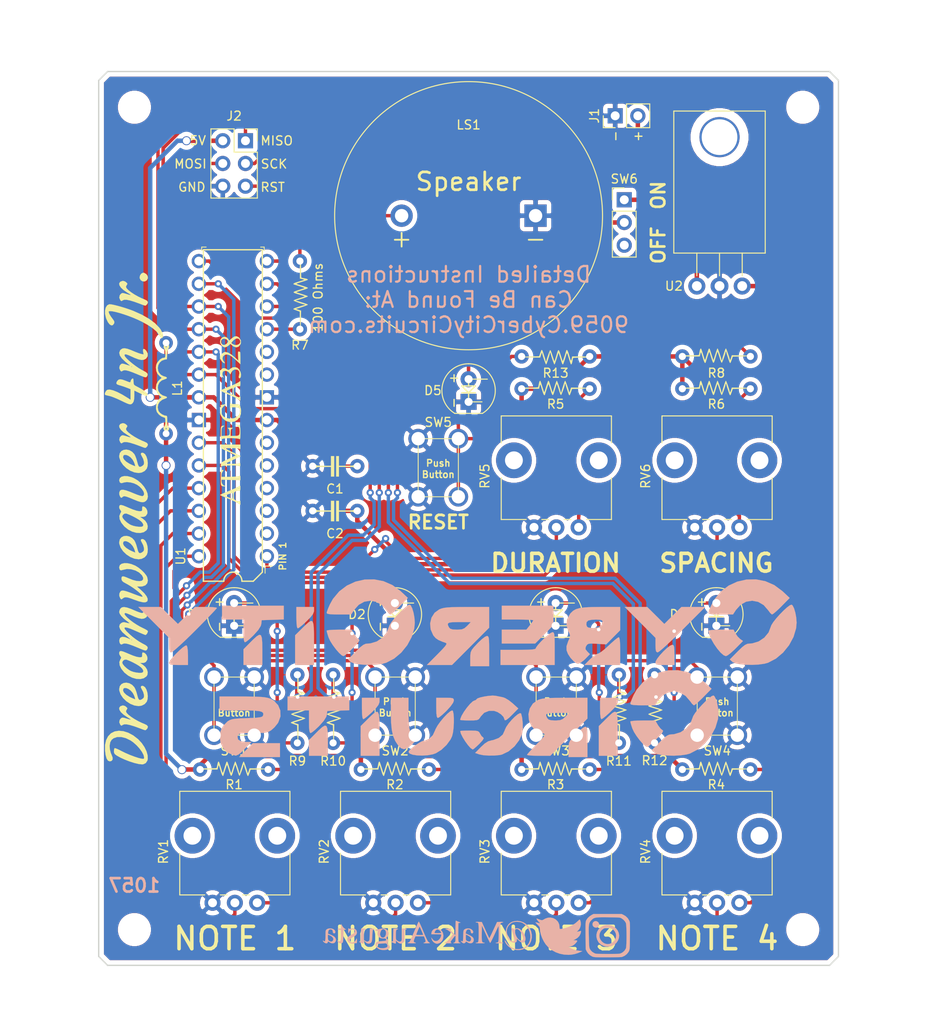
<source format=kicad_pcb>
(kicad_pcb (version 20171130) (host pcbnew "(5.1.6)-1")
  (layers (0 F.Cu signal) (31 B.Cu signal hide) (34 B.Paste user) (35 F.Paste user) (36 B.SilkS user) (37 F.SilkS user) (38 B.Mask user) (39 F.Mask user) (44 Edge.Cuts user))
  (net 0 "")
  (net 1 "Net-(C1-Pad1)")
  (net 2 GND)
  (net 3 328_RESET)
  (net 4 VCC)
  (net 5 328_TXD)
  (net 6 328_RXD)
  (net 7 328_D2)
  (net 8 328_D3)
  (net 9 328_D4)
  (net 10 328_D5)
  (net 11 328_D6)
  (net 12 328_D7)
  (net 13 328_D8)
  (net 14 328_D9)
  (net 15 328_A0)
  (net 16 328_A1)
  (net 17 328_A2)
  (net 18 328_A3)
  (net 19 328_A4)
  (net 20 328_A5)
  (net 21 "Net-(R1-Pad2)")
  (net 22 "Net-(R2-Pad2)")
  (net 23 "Net-(R3-Pad2)")
  (net 24 328_D13)
  (net 25 328_D10)
  (net 26 328_D11)
  (net 27 328_D12)
  (net 28 "Net-(D1-Pad2)")
  (net 29 "Net-(D2-Pad2)")
  (net 30 "Net-(U1-Pad9)")
  (net 31 "Net-(U1-Pad10)")
  (net 32 "Net-(D3-Pad2)")
  (net 33 "Net-(D4-Pad2)")
  (net 34 "Net-(D5-Pad2)")
  (net 35 "Net-(R4-Pad2)")
  (net 36 "Net-(R5-Pad2)")
  (net 37 "Net-(R6-Pad2)")
  (net 38 "Net-(LS1-Pad1)")
  (net 39 "Net-(J1-Pad1)")
  (net 40 "Net-(SW6-Pad1)")
  (net 41 "Net-(SW6-Pad3)")
  (module CCC-Schematic-Footprints:MOSFET_TO-220-3_Horizontal_TabDown (layer F.Cu) (at 93.98 48.006)
    (fp_text reference U2 (at -2.566 0) (layer F.SilkS))
    (fp_text value L7805)
    (pad "" thru_hole circle (at 2.54 -16.66) (size 4.5 4.5) (drill 4) (layers *.Cu *.Mask) (clearance 1))
    (pad 1 thru_hole circle (at 0 0) (size 1.905 1.905) (drill 1.1) (layers *.Cu *.Mask) (net 40 "Net-(SW6-Pad1)"))
    (pad 2 thru_hole oval (at 2.54 0 90) (size 1.905 2) (drill 1.1) (layers *.Cu *.Mask) (net 2 GND))
    (pad 3 thru_hole circle (at 5.08 0) (size 1.905 1.905) (drill 1.1) (layers *.Cu *.Mask) (net 4 VCC))
  )
  (module "CCC_Drawings:Logo - Dreamweaver 4N Junior" (layer F.Cu) (at 30.988 74 90)
    (fp_text reference G*** hide)
    (fp_text value LOGO hide)
  )
  (module "CCC_Drawings:Logo - Cyber City Circuits - Two Line 75mm" (layer B.Cu) (at 68.326 90.678 180)
    (fp_text reference G*** hide)
    (fp_text value LOGO hide)
  )
  (module CCC-Schematic-Footprints:Schematic_-_Button_Labeled (layer F.Cu) (at 65.024 68.326 90)
    (fp_text reference SW5 (at 5.08 0 unlocked) (layer F.SilkS))
    (fp_text value SW_Push)
    (fp_text user Button (at -0.762 0 unlocked) (layer F.SilkS) (effects (font (size 0.75 0.75))))
    (fp_text user Push (at 0.508 0 unlocked) (layer F.SilkS) (effects (font (size 0.75 0.75))))
    (pad 2 thru_hole circle (at 3.25 2.25 90) (size 2.2 2.2) (drill 1.5) (layers *.Cu *.Mask) (net 3 328_RESET))
    (pad 2 thru_hole circle (at -3.25 2.25 90) (size 2.2 2.2) (drill 1.5) (layers *.Cu *.Mask) (net 3 328_RESET))
    (pad 1 thru_hole circle (at 3.25 -2.25 90) (size 2.2 2.2) (drill 1.5) (layers *.Cu *.Mask) (net 2 GND))
    (pad 1 thru_hole circle (at -3.25 -2.25 90) (size 2.2 2.2) (drill 1.5) (layers *.Cu *.Mask) (net 2 GND))
  )
  (module MountingHole:MountingHole_2.7mm_M2.5_DIN965_Pad (layer F.Cu) (at 105.84 120)
    (fp_text reference REF** hide)
    (fp_text value MountingHole_2.7mm_M2.5_DIN965_Pad)
    (pad "" np_thru_hole circle (at 0 0) (size 2.7 2.7) (drill 2.7) (layers *.Cu *.Mask))
  )
  (module MountingHole:MountingHole_2.7mm_M2.5_DIN965_Pad (layer F.Cu) (at 105.84 28)
    (fp_text reference REF** hide)
    (fp_text value MountingHole_2.7mm_M2.5_DIN965_Pad)
    (pad "" np_thru_hole circle (at 0 0) (size 2.7 2.7) (drill 2.7) (layers *.Cu *.Mask))
  )
  (module MountingHole:MountingHole_2.7mm_M2.5_DIN965_Pad (layer F.Cu) (at 31 28)
    (fp_text reference REF** hide)
    (fp_text value MountingHole_2.7mm_M2.5_DIN965_Pad)
    (pad "" np_thru_hole circle (at 0 0) (size 2.7 2.7) (drill 2.7) (layers *.Cu *.Mask))
  )
  (module MountingHole:MountingHole_2.7mm_M2.5_DIN965_Pad (layer F.Cu) (at 31 120)
    (fp_text reference REF** hide)
    (fp_text value MountingHole_2.7mm_M2.5_DIN965_Pad)
    (pad "" np_thru_hole circle (at 0 0) (size 2.7 2.7) (drill 2.7) (layers *.Cu *.Mask))
  )
  (module DREAM_Custom:TEXT_SOCIAL (layer B.Cu) (at 69.42 120.65 180)
    (fp_text reference G*** hide)
    (fp_text value LOGO hide)
  )
  (module "DREAM_Schematic_Footprints:Schematic - Capacitor 5.0mm" (layer F.Cu) (at 53.456 68.152 180)
    (fp_text reference C1 (at 0 -2.54 unlocked) (layer F.SilkS))
    (fp_text value .1uF)
    (pad 2 thru_hole circle (at 2.5 0 270) (size 1.6 1.6) (drill 0.8) (layers *.Cu *.Mask) (net 2 GND))
    (pad 1 thru_hole circle (at -2.5 0 180) (size 1.6 1.6) (drill 0.8) (layers *.Cu *.Mask) (net 1 "Net-(C1-Pad1)"))
  )
  (module "DREAM_Schematic_Footprints:Schematic - Capacitor 5.0mm" (layer F.Cu) (at 53.456 73.152 180)
    (fp_text reference C2 (at 0 -2.54 unlocked) (layer F.SilkS))
    (fp_text value .1uF)
    (pad 1 thru_hole circle (at -2.5 0 180) (size 1.6 1.6) (drill 0.8) (layers *.Cu *.Mask) (net 4 VCC))
    (pad 2 thru_hole circle (at 2.5 0 270) (size 1.6 1.6) (drill 0.8) (layers *.Cu *.Mask) (net 2 GND))
  )
  (module Potentiometer_THT:Potentiometer_Alps_RK09L_Single_Vertical (layer F.Cu) (at 44.746 117 90)
    (fp_text reference RV1 (at 5.725 -10.5 90) (layer F.SilkS))
    (fp_text value R_POT)
    (pad "" np_thru_hole circle (at 7.5 2.25 90) (size 4 4) (drill 2) (layers *.Cu *.Mask))
    (pad "" np_thru_hole circle (at 7.5 -7.25 90) (size 4 4) (drill 2) (layers *.Cu *.Mask))
    (pad 1 thru_hole circle (at 0 0 90) (size 1.8 1.8) (drill 1) (layers *.Cu *.Mask) (net 21 "Net-(R1-Pad2)"))
    (pad 2 thru_hole circle (at 0 -2.5 90) (size 1.8 1.8) (drill 1) (layers *.Cu *.Mask) (net 20 328_A5))
    (pad 3 thru_hole circle (at 0 -5 90) (size 1.8 1.8) (drill 1) (layers *.Cu *.Mask) (net 2 GND))
  )
  (module Potentiometer_THT:Potentiometer_Alps_RK09L_Single_Vertical (layer F.Cu) (at 62.746 117 90)
    (fp_text reference RV2 (at 5.725 -10.5 90) (layer F.SilkS))
    (fp_text value R_POT)
    (pad 3 thru_hole circle (at 0 -5 90) (size 1.8 1.8) (drill 1) (layers *.Cu *.Mask) (net 2 GND))
    (pad 2 thru_hole circle (at 0 -2.5 90) (size 1.8 1.8) (drill 1) (layers *.Cu *.Mask) (net 19 328_A4))
    (pad 1 thru_hole circle (at 0 0 90) (size 1.8 1.8) (drill 1) (layers *.Cu *.Mask) (net 22 "Net-(R2-Pad2)"))
    (pad "" np_thru_hole circle (at 7.5 -7.25 90) (size 4 4) (drill 2) (layers *.Cu *.Mask))
    (pad "" np_thru_hole circle (at 7.5 2.25 90) (size 4 4) (drill 2) (layers *.Cu *.Mask))
  )
  (module Potentiometer_THT:Potentiometer_Alps_RK09L_Single_Vertical (layer F.Cu) (at 80.746 117 90)
    (fp_text reference RV3 (at 5.725 -10.5 90) (layer F.SilkS))
    (fp_text value R_POT)
    (pad "" np_thru_hole circle (at 7.5 2.25 90) (size 4 4) (drill 2) (layers *.Cu *.Mask))
    (pad "" np_thru_hole circle (at 7.5 -7.25 90) (size 4 4) (drill 2) (layers *.Cu *.Mask))
    (pad 1 thru_hole circle (at 0 0 90) (size 1.8 1.8) (drill 1) (layers *.Cu *.Mask) (net 23 "Net-(R3-Pad2)"))
    (pad 2 thru_hole circle (at 0 -2.5 90) (size 1.8 1.8) (drill 1) (layers *.Cu *.Mask) (net 18 328_A3))
    (pad 3 thru_hole circle (at 0 -5 90) (size 1.8 1.8) (drill 1) (layers *.Cu *.Mask) (net 2 GND))
  )
  (module Potentiometer_THT:Potentiometer_Alps_RK09L_Single_Vertical (layer F.Cu) (at 98.746 117 90)
    (fp_text reference RV4 (at 5.725 -10.5 90) (layer F.SilkS))
    (fp_text value R_POT)
    (pad 3 thru_hole circle (at 0 -5 90) (size 1.8 1.8) (drill 1) (layers *.Cu *.Mask) (net 2 GND))
    (pad 2 thru_hole circle (at 0 -2.5 90) (size 1.8 1.8) (drill 1) (layers *.Cu *.Mask) (net 17 328_A2))
    (pad 1 thru_hole circle (at 0 0 90) (size 1.8 1.8) (drill 1) (layers *.Cu *.Mask) (net 35 "Net-(R4-Pad2)"))
    (pad "" np_thru_hole circle (at 7.5 -7.25 90) (size 4 4) (drill 2) (layers *.Cu *.Mask))
    (pad "" np_thru_hole circle (at 7.5 2.25 90) (size 4 4) (drill 2) (layers *.Cu *.Mask))
  )
  (module Potentiometer_THT:Potentiometer_Alps_RK09L_Single_Vertical (layer F.Cu) (at 80.746 75 90)
    (fp_text reference RV5 (at 5.725 -10.5 90) (layer F.SilkS))
    (fp_text value R_POT)
    (pad "" np_thru_hole circle (at 7.5 2.25 90) (size 4 4) (drill 2) (layers *.Cu *.Mask))
    (pad "" np_thru_hole circle (at 7.5 -7.25 90) (size 4 4) (drill 2) (layers *.Cu *.Mask))
    (pad 1 thru_hole circle (at 0 0 90) (size 1.8 1.8) (drill 1) (layers *.Cu *.Mask) (net 36 "Net-(R5-Pad2)"))
    (pad 2 thru_hole circle (at 0 -2.5 90) (size 1.8 1.8) (drill 1) (layers *.Cu *.Mask) (net 15 328_A0))
    (pad 3 thru_hole circle (at 0 -5 90) (size 1.8 1.8) (drill 1) (layers *.Cu *.Mask) (net 2 GND))
  )
  (module Potentiometer_THT:Potentiometer_Alps_RK09L_Single_Vertical (layer F.Cu) (at 98.746 75 90)
    (fp_text reference RV6 (at 5.725 -10.5 90) (layer F.SilkS))
    (fp_text value R_POT)
    (pad 3 thru_hole circle (at 0 -5 90) (size 1.8 1.8) (drill 1) (layers *.Cu *.Mask) (net 2 GND))
    (pad 2 thru_hole circle (at 0 -2.5 90) (size 1.8 1.8) (drill 1) (layers *.Cu *.Mask) (net 16 328_A1))
    (pad 1 thru_hole circle (at 0 0 90) (size 1.8 1.8) (drill 1) (layers *.Cu *.Mask) (net 37 "Net-(R6-Pad2)"))
    (pad "" np_thru_hole circle (at 7.5 -7.25 90) (size 4 4) (drill 2) (layers *.Cu *.Mask))
    (pad "" np_thru_hole circle (at 7.5 2.25 90) (size 4 4) (drill 2) (layers *.Cu *.Mask))
  )
  (module "CCC-Schematic-Footprints:Schematic - LED 5mm(2.56P) 003" (layer F.Cu) (at 42.166 84.738)
    (fp_text reference D1 (at -4.254 0 180) (layer F.SilkS))
    (fp_text value LED)
    (fp_text user "-  +" (at -1.7 0 270) (layer F.SilkS))
    (pad 2 thru_hole circle (at 0 -1.27 90) (size 1.8 1.8) (drill 0.9) (layers *.Cu *.Mask) (net 28 "Net-(D1-Pad2)"))
    (pad 1 thru_hole rect (at 0 1.27 90) (size 1.8 1.8) (drill 0.9) (layers *.Cu *.Mask) (net 2 GND))
  )
  (module "CCC-Schematic-Footprints:Schematic - LED 5mm(2.56P) 003" (layer F.Cu) (at 60.166 84.738)
    (fp_text reference D2 (at -4.254 0 180) (layer F.SilkS))
    (fp_text value LED)
    (fp_text user "-  +" (at -1.7 0 270) (layer F.SilkS))
    (pad 2 thru_hole circle (at 0 -1.27 90) (size 1.8 1.8) (drill 0.9) (layers *.Cu *.Mask) (net 29 "Net-(D2-Pad2)"))
    (pad 1 thru_hole rect (at 0 1.27 90) (size 1.8 1.8) (drill 0.9) (layers *.Cu *.Mask) (net 2 GND))
  )
  (module "CCC-Schematic-Footprints:Schematic - LED 5mm(2.56P) 003" (layer F.Cu) (at 78.166 84.738)
    (fp_text reference D3 (at -4.254 0 180) (layer F.SilkS))
    (fp_text value LED)
    (fp_text user "-  +" (at -1.7 0 270) (layer F.SilkS))
    (pad 2 thru_hole circle (at 0 -1.27 90) (size 1.8 1.8) (drill 0.9) (layers *.Cu *.Mask) (net 32 "Net-(D3-Pad2)"))
    (pad 1 thru_hole rect (at 0 1.27 90) (size 1.8 1.8) (drill 0.9) (layers *.Cu *.Mask) (net 2 GND))
  )
  (module "CCC-Schematic-Footprints:Schematic - LED 5mm(2.56P) 003" (layer F.Cu) (at 96.166 84.738)
    (fp_text reference D4 (at -4.254 0 180) (layer F.SilkS))
    (fp_text value LED)
    (fp_text user "-  +" (at -1.7 0 270) (layer F.SilkS))
    (pad 1 thru_hole rect (at 0 1.27 90) (size 1.8 1.8) (drill 0.9) (layers *.Cu *.Mask) (net 2 GND))
    (pad 2 thru_hole circle (at 0 -1.27 90) (size 1.8 1.8) (drill 0.9) (layers *.Cu *.Mask) (net 33 "Net-(D4-Pad2)"))
  )
  (module "CCC-Schematic-Footprints:Schematic - LED 5mm(2.56P) 003" (layer F.Cu) (at 68.42 59.69)
    (fp_text reference D5 (at -4 0 180) (layer F.SilkS))
    (fp_text value LED)
    (fp_text user "-  +" (at -1.7 0 270) (layer F.SilkS))
    (pad 1 thru_hole rect (at 0 1.27 90) (size 1.8 1.8) (drill 0.9) (layers *.Cu *.Mask) (net 2 GND))
    (pad 2 thru_hole circle (at 0 -1.27 90) (size 1.8 1.8) (drill 0.9) (layers *.Cu *.Mask) (net 34 "Net-(D5-Pad2)"))
  )
  (module CCC-Schematic-Footprints:9V_Battery_Terminal (layer F.Cu) (at 86.106 28.956 90)
    (fp_text reference J1 (at 0 -3.6 90) (layer F.SilkS))
    (fp_text value Conn_01x02)
    (fp_text user - (at -2.286 -1.27 90) (layer F.SilkS))
    (fp_text user + (at -2.286 1.27 90) (layer F.SilkS))
    (pad 1 thru_hole oval (at 0 1.27 90) (size 1.7 1.7) (drill 1) (layers *.Cu *.Mask) (net 39 "Net-(J1-Pad1)"))
    (pad 2 thru_hole rect (at 0 -1.27 90) (size 1.7 1.7) (drill 1) (layers *.Cu *.Mask) (net 2 GND))
  )
  (module "CCC-Schematic-Footprints:Schematic - Inductor 10.16mm" (layer F.Cu) (at 34.544 59.436 180)
    (fp_text reference L1 (at -1.27 0 90 unlocked) (layer F.SilkS))
    (fp_text value 10uH)
    (pad 2 thru_hole circle (at 0 -5.08 180) (size 1.524 1.524) (drill 0.762) (layers *.Cu *.Mask) (net 4 VCC))
    (pad 1 thru_hole circle (at 0 5.08 180) (size 1.524 1.524) (drill 0.762) (layers *.Cu *.Mask) (net 1 "Net-(C1-Pad1)"))
  )
  (module CCC-Schematic-Footprints:Speaker_Large_Fuet (layer F.Cu) (at 68.42 40.132)
    (fp_text reference LS1 (at 0 -10.16) (layer F.SilkS))
    (fp_text value Speaker)
    (fp_text user + (at -7.5 2.54) (layer F.SilkS) (effects (font (size 2 2) (thickness 0.2))))
    (fp_text user - (at 7.5 2.54) (layer F.SilkS) (effects (font (size 2 2) (thickness 0.2))))
    (fp_text user Speaker (at 0 -3.81) (layer F.SilkS) (effects (font (size 2 2) (thickness 0.3))))
    (pad 1 thru_hole circle (at -7.5 0) (size 2.5 2.5) (drill 1.5) (layers *.Cu *.Mask) (net 38 "Net-(LS1-Pad1)"))
    (pad 2 thru_hole rect (at 7.5 0) (size 2.5 2.5) (drill 1.5) (layers *.Cu *.Mask) (net 2 GND))
  )
  (module "CCC-Schematic-Footprints:Schematic - Resistor 7.62mm" (layer F.Cu) (at 42.164 102.088)
    (fp_text reference R1 (at 0 1.694) (layer F.SilkS))
    (fp_text value 1000)
    (pad 2 thru_hole circle (at 3.81 0) (size 1.6 1.6) (drill 0.8) (layers *.Cu *.Mask) (net 21 "Net-(R1-Pad2)"))
    (pad 1 thru_hole circle (at -3.81 0) (size 1.6 1.6) (drill 0.8) (layers *.Cu *.Mask) (net 4 VCC))
  )
  (module "CCC-Schematic-Footprints:Schematic - Resistor 7.62mm" (layer F.Cu) (at 60.166 102.088)
    (fp_text reference R2 (at 0 1.694) (layer F.SilkS))
    (fp_text value 1000)
    (pad 2 thru_hole circle (at 3.81 0) (size 1.6 1.6) (drill 0.8) (layers *.Cu *.Mask) (net 22 "Net-(R2-Pad2)"))
    (pad 1 thru_hole circle (at -3.81 0) (size 1.6 1.6) (drill 0.8) (layers *.Cu *.Mask) (net 4 VCC))
  )
  (module "CCC-Schematic-Footprints:Schematic - Resistor 7.62mm" (layer F.Cu) (at 78.166 102.088)
    (fp_text reference R3 (at 0 1.694) (layer F.SilkS))
    (fp_text value 1000)
    (pad 1 thru_hole circle (at -3.81 0) (size 1.6 1.6) (drill 0.8) (layers *.Cu *.Mask) (net 4 VCC))
    (pad 2 thru_hole circle (at 3.81 0) (size 1.6 1.6) (drill 0.8) (layers *.Cu *.Mask) (net 23 "Net-(R3-Pad2)"))
  )
  (module "CCC-Schematic-Footprints:Schematic - Resistor 7.62mm" (layer F.Cu) (at 96.166 102.088)
    (fp_text reference R4 (at 0 1.694) (layer F.SilkS))
    (fp_text value 1000)
    (pad 1 thru_hole circle (at -3.81 0) (size 1.6 1.6) (drill 0.8) (layers *.Cu *.Mask) (net 4 VCC))
    (pad 2 thru_hole circle (at 3.81 0) (size 1.6 1.6) (drill 0.8) (layers *.Cu *.Mask) (net 35 "Net-(R4-Pad2)"))
  )
  (module "CCC-Schematic-Footprints:Schematic - Resistor 7.62mm" (layer F.Cu) (at 78.166 59.492)
    (fp_text reference R5 (at 0 1.722) (layer F.SilkS))
    (fp_text value 1000)
    (pad 1 thru_hole circle (at -3.81 0) (size 1.6 1.6) (drill 0.8) (layers *.Cu *.Mask) (net 4 VCC))
    (pad 2 thru_hole circle (at 3.81 0) (size 1.6 1.6) (drill 0.8) (layers *.Cu *.Mask) (net 36 "Net-(R5-Pad2)"))
  )
  (module "CCC-Schematic-Footprints:Schematic - Resistor 7.62mm" (layer F.Cu) (at 96.166 59.492)
    (fp_text reference R6 (at 0 1.722) (layer F.SilkS))
    (fp_text value 1000)
    (pad 2 thru_hole circle (at 3.81 0) (size 1.6 1.6) (drill 0.8) (layers *.Cu *.Mask) (net 37 "Net-(R6-Pad2)"))
    (pad 1 thru_hole circle (at -3.81 0) (size 1.6 1.6) (drill 0.8) (layers *.Cu *.Mask) (net 4 VCC))
  )
  (module "CCC-Schematic-Footprints:Schematic - Resistor 7.62mm" (layer F.Cu) (at 49.53 49.022 270)
    (fp_text reference R7 (at 5.588 0) (layer F.SilkS))
    (fp_text value "100 Ohms" (at 0.254 -2.032 270) (layer F.SilkS))
    (pad 1 thru_hole circle (at -3.81 0 270) (size 1.6 1.6) (drill 0.8) (layers *.Cu *.Mask) (net 38 "Net-(LS1-Pad1)"))
    (pad 2 thru_hole circle (at 3.81 0 270) (size 1.6 1.6) (drill 0.8) (layers *.Cu *.Mask) (net 10 328_D5))
  )
  (module "CCC-Schematic-Footprints:Schematic - Resistor 7.62mm" (layer F.Cu) (at 96.166 55.88)
    (fp_text reference R8 (at 0 1.862) (layer F.SilkS))
    (fp_text value 1000)
    (pad 1 thru_hole circle (at -3.81 0) (size 1.6 1.6) (drill 0.8) (layers *.Cu *.Mask) (net 4 VCC))
    (pad 2 thru_hole circle (at 3.81 0) (size 1.6 1.6) (drill 0.8) (layers *.Cu *.Mask) (net 34 "Net-(D5-Pad2)"))
  )
  (module "CCC-Schematic-Footprints:Schematic - Resistor 7.62mm" (layer F.Cu) (at 49.246 95.302 270)
    (fp_text reference R9 (at 5.842 0 180) (layer F.SilkS))
    (fp_text value 1000)
    (pad 2 thru_hole circle (at 3.81 0 270) (size 1.6 1.6) (drill 0.8) (layers *.Cu *.Mask) (net 28 "Net-(D1-Pad2)"))
    (pad 1 thru_hole circle (at -3.81 0 270) (size 1.6 1.6) (drill 0.8) (layers *.Cu *.Mask) (net 14 328_D9))
  )
  (module "CCC-Schematic-Footprints:Schematic - Resistor 7.62mm" (layer F.Cu) (at 53.246 95.302 270)
    (fp_text reference R10 (at 5.842 0 180) (layer F.SilkS))
    (fp_text value 1000)
    (pad 2 thru_hole circle (at 3.81 0 270) (size 1.6 1.6) (drill 0.8) (layers *.Cu *.Mask) (net 29 "Net-(D2-Pad2)"))
    (pad 1 thru_hole circle (at -3.81 0 270) (size 1.6 1.6) (drill 0.8) (layers *.Cu *.Mask) (net 11 328_D6))
  )
  (module "CCC-Schematic-Footprints:Schematic - Resistor 7.62mm" (layer F.Cu) (at 85.246 95.302 270)
    (fp_text reference R11 (at 5.842 0 180) (layer F.SilkS))
    (fp_text value 1000)
    (pad 2 thru_hole circle (at 3.81 0 270) (size 1.6 1.6) (drill 0.8) (layers *.Cu *.Mask) (net 32 "Net-(D3-Pad2)"))
    (pad 1 thru_hole circle (at -3.81 0 270) (size 1.6 1.6) (drill 0.8) (layers *.Cu *.Mask) (net 12 328_D7))
  )
  (module "CCC-Schematic-Footprints:Schematic - Resistor 7.62mm" (layer F.Cu) (at 89.246 95.302 270)
    (fp_text reference R12 (at 5.79 0 180) (layer F.SilkS))
    (fp_text value 1000)
    (pad 1 thru_hole circle (at -3.81 0 270) (size 1.6 1.6) (drill 0.8) (layers *.Cu *.Mask) (net 13 328_D8))
    (pad 2 thru_hole circle (at 3.81 0 270) (size 1.6 1.6) (drill 0.8) (layers *.Cu *.Mask) (net 33 "Net-(D4-Pad2)"))
  )
  (module "CCC-Schematic-Footprints:Schematic - Resistor 7.62mm" (layer F.Cu) (at 78.166 55.88 180)
    (fp_text reference R13 (at 0 -1.862) (layer F.SilkS))
    (fp_text value 1000)
    (pad 2 thru_hole circle (at 3.81 0 180) (size 1.6 1.6) (drill 0.8) (layers *.Cu *.Mask) (net 3 328_RESET))
    (pad 1 thru_hole circle (at -3.81 0 180) (size 1.6 1.6) (drill 0.8) (layers *.Cu *.Mask) (net 4 VCC))
  )
  (module CCC-Schematic-Footprints:Schematic_-_Button_Labeled (layer F.Cu) (at 42.164 95 90)
    (fp_text reference SW1 (at -5 0 unlocked) (layer F.SilkS))
    (fp_text value SW_Push)
    (fp_text user Button (at -0.762 0 unlocked) (layer F.SilkS) (effects (font (size 0.75 0.75))))
    (fp_text user Push (at 0.508 0 unlocked) (layer F.SilkS) (effects (font (size 0.75 0.75))))
    (pad 2 thru_hole circle (at 3.25 2.25 90) (size 2.2 2.2) (drill 1.5) (layers *.Cu *.Mask) (net 2 GND))
    (pad 2 thru_hole circle (at -3.25 2.25 90) (size 2.2 2.2) (drill 1.5) (layers *.Cu *.Mask) (net 2 GND))
    (pad 1 thru_hole circle (at 3.25 -2.25 90) (size 2.2 2.2) (drill 1.5) (layers *.Cu *.Mask) (net 24 328_D13))
    (pad 1 thru_hole circle (at -3.25 -2.25 90) (size 2.2 2.2) (drill 1.5) (layers *.Cu *.Mask) (net 24 328_D13))
  )
  (module CCC-Schematic-Footprints:Schematic_-_Button_Labeled (layer F.Cu) (at 60.198 95 90)
    (fp_text reference SW2 (at -5 0 unlocked) (layer F.SilkS))
    (fp_text value SW_Push)
    (fp_text user Push (at 0.508 0 unlocked) (layer F.SilkS) (effects (font (size 0.75 0.75))))
    (fp_text user Button (at -0.762 0 unlocked) (layer F.SilkS) (effects (font (size 0.75 0.75))))
    (pad 1 thru_hole circle (at -3.25 -2.25 90) (size 2.2 2.2) (drill 1.5) (layers *.Cu *.Mask) (net 27 328_D12))
    (pad 1 thru_hole circle (at 3.25 -2.25 90) (size 2.2 2.2) (drill 1.5) (layers *.Cu *.Mask) (net 27 328_D12))
    (pad 2 thru_hole circle (at -3.25 2.25 90) (size 2.2 2.2) (drill 1.5) (layers *.Cu *.Mask) (net 2 GND))
    (pad 2 thru_hole circle (at 3.25 2.25 90) (size 2.2 2.2) (drill 1.5) (layers *.Cu *.Mask) (net 2 GND))
  )
  (module CCC-Schematic-Footprints:Schematic_-_Button_Labeled (layer F.Cu) (at 78.232 95 90)
    (fp_text reference SW3 (at -5 0 unlocked) (layer F.SilkS))
    (fp_text value SW_Push)
    (fp_text user Button (at -0.762 0 unlocked) (layer F.SilkS) (effects (font (size 0.75 0.75))))
    (fp_text user Push (at 0.508 0 unlocked) (layer F.SilkS) (effects (font (size 0.75 0.75))))
    (pad 2 thru_hole circle (at 3.25 2.25 90) (size 2.2 2.2) (drill 1.5) (layers *.Cu *.Mask) (net 2 GND))
    (pad 2 thru_hole circle (at -3.25 2.25 90) (size 2.2 2.2) (drill 1.5) (layers *.Cu *.Mask) (net 2 GND))
    (pad 1 thru_hole circle (at 3.25 -2.25 90) (size 2.2 2.2) (drill 1.5) (layers *.Cu *.Mask) (net 26 328_D11))
    (pad 1 thru_hole circle (at -3.25 -2.25 90) (size 2.2 2.2) (drill 1.5) (layers *.Cu *.Mask) (net 26 328_D11))
  )
  (module CCC-Schematic-Footprints:Schematic_-_Button_Labeled (layer F.Cu) (at 96.266 95 90)
    (fp_text reference SW4 (at -5 0 unlocked) (layer F.SilkS))
    (fp_text value SW_Push)
    (fp_text user Push (at 0.508 0 unlocked) (layer F.SilkS) (effects (font (size 0.75 0.75))))
    (fp_text user Button (at -0.762 0 unlocked) (layer F.SilkS) (effects (font (size 0.75 0.75))))
    (pad 1 thru_hole circle (at -3.25 -2.25 90) (size 2.2 2.2) (drill 1.5) (layers *.Cu *.Mask) (net 25 328_D10))
    (pad 1 thru_hole circle (at 3.25 -2.25 90) (size 2.2 2.2) (drill 1.5) (layers *.Cu *.Mask) (net 25 328_D10))
    (pad 2 thru_hole circle (at -3.25 2.25 90) (size 2.2 2.2) (drill 1.5) (layers *.Cu *.Mask) (net 2 GND))
    (pad 2 thru_hole circle (at 3.25 2.25 90) (size 2.2 2.2) (drill 1.5) (layers *.Cu *.Mask) (net 2 GND))
  )
  (module "CCC-Schematic-Footprints:Schematic - ATMEGA328P-PU" (layer F.Cu) (at 42.022 61.722 90)
    (fp_text reference U1 (at -16.51 -5.842 90) (layer F.SilkS))
    (fp_text value ATMEGA328P-PU)
    (fp_text user "PIN 1" (at -16.51 5.588 90) (layer F.SilkS) (effects (font (size 0.75 0.75))))
    (pad 1 thru_hole circle (at -16.51 3.81 180) (size 1.6 1.6) (drill 1) (layers *.Cu *.Mask) (net 3 328_RESET))
    (pad 2 thru_hole circle (at -13.97 3.81 180) (size 1.6 1.6) (drill 1) (layers *.Cu *.Mask) (net 6 328_RXD))
    (pad 3 thru_hole circle (at -11.43 3.81 180) (size 1.6 1.6) (drill 1) (layers *.Cu *.Mask) (net 5 328_TXD))
    (pad 4 thru_hole circle (at -8.89 3.81 180) (size 1.6 1.6) (drill 1) (layers *.Cu *.Mask) (net 7 328_D2))
    (pad 5 thru_hole circle (at -6.35 3.81 180) (size 1.6 1.6) (drill 1) (layers *.Cu *.Mask) (net 8 328_D3))
    (pad 6 thru_hole circle (at -3.81 3.81 180) (size 1.6 1.6) (drill 1) (layers *.Cu *.Mask) (net 9 328_D4))
    (pad 7 thru_hole circle (at -1.27 3.81 180) (size 1.6 1.6) (drill 1) (layers *.Cu *.Mask) (net 4 VCC))
    (pad 8 thru_hole rect (at 1.27 3.81 180) (size 1.6 1.6) (drill 1) (layers *.Cu *.Mask) (net 2 GND))
    (pad 9 thru_hole circle (at 3.81 3.81 180) (size 1.6 1.6) (drill 1) (layers *.Cu *.Mask) (net 30 "Net-(U1-Pad9)"))
    (pad 10 thru_hole circle (at 6.35 3.81 180) (size 1.6 1.6) (drill 1) (layers *.Cu *.Mask) (net 31 "Net-(U1-Pad10)"))
    (pad 11 thru_hole circle (at 8.89 3.81 180) (size 1.6 1.6) (drill 1) (layers *.Cu *.Mask) (net 10 328_D5))
    (pad 12 thru_hole circle (at 11.43 3.81 180) (size 1.6 1.6) (drill 1) (layers *.Cu *.Mask) (net 11 328_D6))
    (pad 13 thru_hole circle (at 13.97 3.81 180) (size 1.6 1.6) (drill 1) (layers *.Cu *.Mask) (net 12 328_D7))
    (pad 14 thru_hole circle (at 16.51 3.81 180) (size 1.6 1.6) (drill 1) (layers *.Cu *.Mask) (net 13 328_D8))
    (pad 15 thru_hole circle (at 16.51 -3.81 180) (size 1.6 1.6) (drill 1) (layers *.Cu *.Mask) (net 14 328_D9))
    (pad 16 thru_hole circle (at 13.97 -3.81 180) (size 1.6 1.6) (drill 1) (layers *.Cu *.Mask) (net 25 328_D10))
    (pad 17 thru_hole circle (at 11.43 -3.81 180) (size 1.6 1.6) (drill 1) (layers *.Cu *.Mask) (net 26 328_D11))
    (pad 18 thru_hole circle (at 8.89 -3.81 180) (size 1.6 1.6) (drill 1) (layers *.Cu *.Mask) (net 27 328_D12))
    (pad 19 thru_hole circle (at 6.35 -3.81 180) (size 1.6 1.6) (drill 1) (layers *.Cu *.Mask) (net 24 328_D13))
    (pad 20 thru_hole circle (at 3.81 -3.81 180) (size 1.6 1.6) (drill 1) (layers *.Cu *.Mask) (net 1 "Net-(C1-Pad1)"))
    (pad 21 thru_hole circle (at 1.27 -3.81 180) (size 1.6 1.6) (drill 1) (layers *.Cu *.Mask) (net 4 VCC))
    (pad 22 thru_hole rect (at -1.27 -3.81 180) (size 1.6 1.6) (drill 1) (layers *.Cu *.Mask) (net 2 GND))
    (pad 23 thru_hole circle (at -3.81 -3.81 180) (size 1.6 1.6) (drill 1) (layers *.Cu *.Mask) (net 15 328_A0))
    (pad 24 thru_hole circle (at -6.35 -3.81 180) (size 1.6 1.6) (drill 1) (layers *.Cu *.Mask) (net 16 328_A1))
    (pad 25 thru_hole circle (at -8.89 -3.81 180) (size 1.6 1.6) (drill 1) (layers *.Cu *.Mask) (net 17 328_A2))
    (pad 26 thru_hole circle (at -11.43 -3.81 180) (size 1.6 1.6) (drill 1) (layers *.Cu *.Mask) (net 18 328_A3))
    (pad 27 thru_hole circle (at -13.97 -3.81 180) (size 1.6 1.6) (drill 1) (layers *.Cu *.Mask) (net 19 328_A4))
    (pad 28 thru_hole circle (at -16.51 -3.81 180) (size 1.6 1.6) (drill 1) (layers *.Cu *.Mask) (net 20 328_A5))
  )
  (module Connector_PinHeader_2.54mm:PinHeader_1x03_P2.54mm_Vertical (layer F.Cu) (at 85.852 38.354)
    (fp_text reference SW6 (at 0 -2.33) (layer F.SilkS))
    (fp_text value SW_SPDT)
    (pad 1 thru_hole rect (at 0 0) (size 1.7 1.7) (drill 1) (layers *.Cu *.Mask) (net 40 "Net-(SW6-Pad1)"))
    (pad 2 thru_hole oval (at 0 2.54) (size 1.7 1.7) (drill 1) (layers *.Cu *.Mask) (net 39 "Net-(J1-Pad1)"))
    (pad 3 thru_hole oval (at 0 5.08) (size 1.7 1.7) (drill 1) (layers *.Cu *.Mask) (net 41 "Net-(SW6-Pad3)"))
  )
  (module CCC-Schematic-Footprints:PinSocket_2x03_P2.54mm_Vertical (layer F.Cu) (at 43.434 31.75)
    (fp_text reference J2 (at -1.27 -2.77 180) (layer F.SilkS))
    (fp_text value AVR-ISP-6)
    (fp_text user MISO (at 3.5 0 180) (layer F.SilkS))
    (fp_text user 5V (at -5.334 -0.022 180) (layer F.SilkS))
    (fp_text user SCK (at 3.2 2.6 180) (layer F.SilkS))
    (fp_text user RST (at 3.049 5.2 180) (layer F.SilkS))
    (fp_text user GND (at -6.001 5.19 180) (layer F.SilkS))
    (fp_text user MOSI (at -6.165 2.59 180) (layer F.SilkS))
    (pad 1 thru_hole rect (at 0 0) (size 1.7 1.7) (drill 1) (layers *.Cu *.Mask) (net 27 328_D12))
    (pad 2 thru_hole oval (at -2.54 0) (size 1.7 1.7) (drill 1) (layers *.Cu *.Mask) (net 4 VCC))
    (pad 3 thru_hole oval (at 0 2.54) (size 1.7 1.7) (drill 1) (layers *.Cu *.Mask) (net 24 328_D13))
    (pad 4 thru_hole oval (at -2.54 2.54) (size 1.7 1.7) (drill 1) (layers *.Cu *.Mask) (net 26 328_D11))
    (pad 5 thru_hole oval (at 0 5.08) (size 1.7 1.7) (drill 1) (layers *.Cu *.Mask) (net 3 328_RESET))
    (pad 6 thru_hole oval (at -2.54 5.08) (size 1.7 1.7) (drill 1) (layers *.Cu *.Mask) (net 2 GND))
  )
  (gr_text "Detailed Instructions\nCan Be Found At:\n9059.CyberCityCircuits.com" (at 68.42 49.53) (layer B.SilkS) (effects (font (size 1.75 1.75) (thickness 0.25)) (justify mirror)))
  (gr_text 1057 (at 30.988 115.062) (layer B.SilkS) (effects (font (size 1.5 1.5) (thickness 0.3)) (justify mirror)))
  (gr_text OFF (at 89.662 43.434 90) (layer F.SilkS) (effects (font (size 1.5 1.5) (thickness 0.3))))
  (gr_text ON (at 89.662 37.846 90) (layer F.SilkS) (effects (font (size 1.5 1.5) (thickness 0.3))))
  (gr_line (start 108.84 24) (end 109.84 25) (layer Edge.Cuts) (width 0.15))
  (gr_line (start 109.84 123) (end 108.84 124) (layer Edge.Cuts) (width 0.15))
  (gr_line (start 27 123) (end 28 124) (layer Edge.Cuts) (width 0.15))
  (gr_line (start 28 24) (end 27 25) (layer Edge.Cuts) (width 0.15))
  (gr_text SPACING (at 96.166 79) (layer F.SilkS) (effects (font (size 2 2) (thickness 0.4))))
  (gr_text DURATION (at 78.166 79) (layer F.SilkS) (effects (font (size 2 2) (thickness 0.4))))
  (gr_text "NOTE 4" (at 96.246 121) (layer F.SilkS) (effects (font (size 2.5 2.5) (thickness 0.4))))
  (gr_text "NOTE 3" (at 78.246 121) (layer F.SilkS) (effects (font (size 2.5 2.5) (thickness 0.4))))
  (gr_text "NOTE 2" (at 60.246 121) (layer F.SilkS) (effects (font (size 2.5 2.5) (thickness 0.4))))
  (gr_text "NOTE 1" (at 42.246 121) (layer F.SilkS) (effects (font (size 2.5 2.5) (thickness 0.4))))
  (gr_text RESET (at 65.024 74.422) (layer F.SilkS) (effects (font (size 1.5 1.5) (thickness 0.3))))
  (gr_line (start 28 24) (end 108.84 24) (layer Edge.Cuts) (width 0.15))
  (gr_line (start 109.84 25) (end 109.84 123) (layer Edge.Cuts) (width 0.15))
  (gr_line (start 28 124) (end 108.84 124) (layer Edge.Cuts) (width 0.15))
  (gr_line (start 27 25) (end 27 123) (layer Edge.Cuts) (width 0.15))
  (segment (start 40.132 57.912) (end 38.212 57.912) (width 0.381) (layer F.Cu) (net 1))
  (segment (start 43.942 61.722) (end 40.132 57.912) (width 0.381) (layer F.Cu) (net 1))
  (segment (start 47.084 61.722) (end 43.942 61.722) (width 0.381) (layer F.Cu) (net 1))
  (segment (start 55.956 68.152) (end 53.514 68.152) (width 0.381) (layer F.Cu) (net 1))
  (segment (start 53.514 68.152) (end 47.084 61.722) (width 0.381) (layer F.Cu) (net 1))
  (segment (start 38.212 57.912) (end 35.56 57.912) (width 0.381) (layer F.Cu) (net 1))
  (segment (start 35.56 57.912) (end 34.544 56.896) (width 0.381) (layer F.Cu) (net 1))
  (segment (start 34.544 56.896) (end 34.544 54.356) (width 0.381) (layer F.Cu) (net 1))
  (segment (start 45.832 79.36337) (end 45.974 79.50537) (width 0.381) (layer F.Cu) (net 3))
  (segment (start 45.832 78.232) (end 45.832 79.36337) (width 0.381) (layer F.Cu) (net 3))
  (segment (start 45.974 79.50537) (end 45.97737 79.50537) (width 0.381) (layer F.Cu) (net 3))
  (segment (start 46.482 80.01) (end 48.26 80.01) (width 0.381) (layer F.Cu) (net 3))
  (segment (start 45.97737 79.50537) (end 46.482 80.01) (width 0.381) (layer F.Cu) (net 3))
  (segment (start 48.26 80.01) (end 47.752 80.01) (width 0.381) (layer F.Cu) (net 3))
  (segment (start 73.22463 55.88) (end 72.644 56.46063) (width 0.381) (layer F.Cu) (net 3))
  (segment (start 74.356 55.88) (end 73.22463 55.88) (width 0.381) (layer F.Cu) (net 3))
  (segment (start 72.644 61.937554) (end 71.862777 62.718777) (width 0.381) (layer F.Cu) (net 3))
  (segment (start 72.644 56.46063) (end 72.644 61.937554) (width 0.381) (layer F.Cu) (net 3))
  (segment (start 72.136 62.445554) (end 71.862777 62.718777) (width 0.381) (layer F.Cu) (net 3))
  (segment (start 69.20949 65.372063) (end 69.20949 75.30549) (width 0.381) (layer F.Cu) (net 3))
  (segment (start 69.20949 75.30549) (end 69.20949 75.82451) (width 0.381) (layer F.Cu) (net 3))
  (via (at 59.128356 76.253644) (size 0.8) (drill 0.4) (layers F.Cu B.Cu) (net 3))
  (segment (start 59.182 76.307288) (end 59.182 76.454) (width 0.381) (layer F.Cu) (net 3))
  (segment (start 59.128356 76.253644) (end 59.182 76.307288) (width 0.381) (layer F.Cu) (net 3))
  (segment (start 59.128356 76.54991) (end 59.128356 76.253644) (width 0.381) (layer F.Cu) (net 3))
  (segment (start 69.20949 76.696694) (end 68.944184 76.962) (width 0.381) (layer F.Cu) (net 3))
  (segment (start 69.20949 75.30549) (end 69.20949 76.696694) (width 0.381) (layer F.Cu) (net 3))
  (segment (start 68.944184 76.962) (end 68.915683 76.962) (width 0.381) (layer F.Cu) (net 3))
  (segment (start 68.915683 76.962) (end 67.402703 78.47498) (width 0.381) (layer F.Cu) (net 3))
  (segment (start 61.053426 78.47498) (end 59.128356 76.54991) (width 0.381) (layer F.Cu) (net 3))
  (segment (start 55.372 80.01) (end 48.26 80.01) (width 0.381) (layer F.Cu) (net 3))
  (segment (start 66.05102 78.47498) (end 61.053426 78.47498) (width 0.381) (layer F.Cu) (net 3))
  (segment (start 67.402703 78.47498) (end 66.05102 78.47498) (width 0.381) (layer F.Cu) (net 3))
  (segment (start 67.274 71.576) (end 67.274 65.076) (width 0.381) (layer F.Cu) (net 3))
  (segment (start 69.505552 65.076) (end 70.211776 64.369776) (width 0.381) (layer F.Cu) (net 3))
  (segment (start 71.862777 62.718777) (end 70.211776 64.369776) (width 0.381) (layer F.Cu) (net 3))
  (segment (start 67.274 65.076) (end 69.505552 65.076) (width 0.381) (layer F.Cu) (net 3))
  (segment (start 70.211776 64.369776) (end 69.20949 65.372063) (width 0.381) (layer F.Cu) (net 3))
  (via (at 57.912 77.47) (size 0.8) (drill 0.4) (layers F.Cu B.Cu) (net 3))
  (segment (start 55.372 80.01) (end 57.912 77.47) (width 0.381) (layer F.Cu) (net 3))
  (segment (start 57.912 77.47) (end 59.128356 76.253644) (width 0.381) (layer B.Cu) (net 3))
  (segment (start 61.722 36.83) (end 43.434 36.83) (width 0.381) (layer F.Cu) (net 3))
  (segment (start 63.246 38.354) (end 61.722 36.83) (width 0.381) (layer F.Cu) (net 3))
  (segment (start 67.274 63.464) (end 61.03301 57.22301) (width 0.381) (layer F.Cu) (net 3))
  (segment (start 61.03301 57.22301) (end 61.03301 45.90099) (width 0.381) (layer F.Cu) (net 3))
  (segment (start 61.03301 45.90099) (end 63.246 43.688) (width 0.381) (layer F.Cu) (net 3))
  (segment (start 67.274 65.076) (end 67.274 63.464) (width 0.381) (layer F.Cu) (net 3))
  (segment (start 63.246 43.688) (end 63.246 38.354) (width 0.381) (layer F.Cu) (net 3))
  (segment (start 39.878 60.452) (end 38.212 60.452) (width 0.5) (layer F.Cu) (net 4))
  (segment (start 45.832 62.992) (end 42.418 62.992) (width 0.5) (layer F.Cu) (net 4))
  (segment (start 42.418 62.992) (end 39.878 60.452) (width 0.5) (layer F.Cu) (net 4))
  (segment (start 69.85 65.63737) (end 69.85 65.786) (width 0.5) (layer F.Cu) (net 4))
  (segment (start 74.356 61.13137) (end 69.85 65.63737) (width 0.5) (layer F.Cu) (net 4))
  (segment (start 74.356 60) (end 74.356 61.13137) (width 0.5) (layer F.Cu) (net 4))
  (segment (start 69.85 65.786) (end 69.85 69.088) (width 0.5) (layer F.Cu) (net 4))
  (segment (start 69.85 69.088) (end 69.85 70.104) (width 0.5) (layer F.Cu) (net 4))
  (segment (start 69.85 72.39) (end 69.85 76.962) (width 0.5) (layer F.Cu) (net 4))
  (segment (start 69.85 70.104) (end 69.85 71.374) (width 0.5) (layer F.Cu) (net 4))
  (segment (start 69.85 71.374) (end 69.85 72.39) (width 0.5) (layer F.Cu) (net 4))
  (segment (start 69.85 76.962) (end 67.69651 79.11549) (width 0.5) (layer F.Cu) (net 4))
  (segment (start 67.69651 79.11549) (end 67.69651 79.08699) (width 0.5) (layer F.Cu) (net 4))
  (segment (start 67.69651 79.08699) (end 67.818 78.9655) (width 0.5) (layer F.Cu) (net 4))
  (segment (start 92.356 59.492) (end 92.356 55.88) (width 0.5) (layer F.Cu) (net 4))
  (segment (start 78.364 59.492) (end 81.976 55.88) (width 0.5) (layer F.Cu) (net 4))
  (segment (start 74.356 59.492) (end 78.364 59.492) (width 0.5) (layer F.Cu) (net 4))
  (segment (start 81.976 55.88) (end 83.312 55.88) (width 0.5) (layer F.Cu) (net 4))
  (segment (start 83.10737 55.88) (end 83.312 55.88) (width 0.5) (layer F.Cu) (net 4))
  (segment (start 83.312 55.88) (end 92.356 55.88) (width 0.5) (layer F.Cu) (net 4))
  (segment (start 60.78812 79.11549) (end 61.60051 79.11549) (width 0.5) (layer F.Cu) (net 4))
  (segment (start 55.956 74.28337) (end 60.78812 79.11549) (width 0.5) (layer F.Cu) (net 4))
  (segment (start 55.956 73.152) (end 55.956 74.28337) (width 0.5) (layer F.Cu) (net 4))
  (segment (start 67.69651 79.11549) (end 61.60051 79.11549) (width 0.5) (layer F.Cu) (net 4))
  (segment (start 46.99 62.992) (end 45.832 62.992) (width 0.5) (layer F.Cu) (net 4))
  (segment (start 55.956 73.152) (end 53.848 73.152) (width 0.5) (layer F.Cu) (net 4))
  (segment (start 53.848 73.152) (end 51.308 70.612) (width 0.5) (layer F.Cu) (net 4))
  (segment (start 51.308 70.612) (end 50.038 70.612) (width 0.5) (layer F.Cu) (net 4))
  (segment (start 50.038 70.612) (end 48.514 69.088) (width 0.5) (layer F.Cu) (net 4))
  (segment (start 48.514 69.088) (end 48.514 64.516) (width 0.5) (layer F.Cu) (net 4))
  (segment (start 48.514 64.516) (end 46.99 62.992) (width 0.5) (layer F.Cu) (net 4))
  (segment (start 92.356 102.088) (end 90.852 100.584) (width 0.5) (layer F.Cu) (net 4))
  (segment (start 38.354 101.6) (end 38.354 102.088) (width 0.5) (layer F.Cu) (net 4))
  (segment (start 39.37 100.584) (end 38.354 101.6) (width 0.5) (layer F.Cu) (net 4))
  (segment (start 56.356 100.616) (end 56.388 100.584) (width 0.5) (layer F.Cu) (net 4))
  (segment (start 56.356 102.088) (end 56.356 100.616) (width 0.5) (layer F.Cu) (net 4))
  (segment (start 56.388 100.584) (end 39.37 100.584) (width 0.5) (layer F.Cu) (net 4))
  (segment (start 74.356 100.65) (end 74.422 100.584) (width 0.5) (layer F.Cu) (net 4))
  (segment (start 74.356 102.088) (end 74.356 100.65) (width 0.5) (layer F.Cu) (net 4))
  (segment (start 90.852 100.584) (end 74.422 100.584) (width 0.5) (layer F.Cu) (net 4))
  (segment (start 74.422 100.584) (end 56.388 100.584) (width 0.5) (layer F.Cu) (net 4))
  (segment (start 34.544 61.468) (end 34.544 64.516) (width 0.5) (layer F.Cu) (net 4))
  (segment (start 35.56 60.452) (end 34.544 61.468) (width 0.5) (layer F.Cu) (net 4))
  (segment (start 38.212 60.452) (end 35.56 60.452) (width 0.5) (layer F.Cu) (net 4))
  (segment (start 100.584 48.006) (end 99.06 48.006) (width 0.5) (layer F.Cu) (net 4))
  (segment (start 102.87 50.292) (end 100.584 48.006) (width 0.5) (layer F.Cu) (net 4))
  (segment (start 92.356 55.88) (end 94.134 57.658) (width 0.5) (layer F.Cu) (net 4))
  (segment (start 94.134 57.658) (end 101.6 57.658) (width 0.5) (layer F.Cu) (net 4))
  (segment (start 101.6 57.658) (end 102.87 56.388) (width 0.5) (layer F.Cu) (net 4))
  (segment (start 102.87 56.388) (end 102.87 50.292) (width 0.5) (layer F.Cu) (net 4))
  (via (at 36.83 31.75) (size 1) (drill 0.8) (layers F.Cu B.Cu) (net 4))
  (via (at 32.766 60.452) (size 1) (drill 0.8) (layers F.Cu B.Cu) (net 4))
  (segment (start 32.766 60.452) (end 38.212 60.452) (width 0.5) (layer F.Cu) (net 4))
  (via (at 36.322 102.108) (size 1) (drill 0.8) (layers F.Cu B.Cu) (net 4))
  (segment (start 38.354 102.088) (end 36.342 102.088) (width 0.5) (layer F.Cu) (net 4))
  (segment (start 36.342 102.088) (end 36.322 102.108) (width 0.5) (layer F.Cu) (net 4))
  (segment (start 36.322 102.108) (end 34.544 100.33) (width 0.5) (layer B.Cu) (net 4))
  (via (at 34.544 68.072) (size 1) (drill 0.8) (layers F.Cu B.Cu) (net 4))
  (segment (start 34.544 100.33) (end 34.544 68.072) (width 0.5) (layer B.Cu) (net 4))
  (segment (start 34.544 68.072) (end 34.544 64.516) (width 0.5) (layer F.Cu) (net 4))
  (segment (start 40.894 31.75) (end 40.386 31.75) (width 0.5) (layer F.Cu) (net 4))
  (segment (start 36.83 31.75) (end 40.894 31.75) (width 0.5) (layer F.Cu) (net 4))
  (segment (start 32.766 34.798) (end 32.766 60.452) (width 0.5) (layer B.Cu) (net 4))
  (segment (start 36.83 31.75) (end 35.814 31.75) (width 0.5) (layer B.Cu) (net 4))
  (segment (start 35.814 31.75) (end 32.766 34.798) (width 0.5) (layer B.Cu) (net 4))
  (segment (start 45.832 52.832) (end 49.53 52.832) (width 0.381) (layer F.Cu) (net 10))
  (segment (start 53.242 91.492) (end 53.242 93.882) (width 0.381) (layer F.Cu) (net 11))
  (via (at 53.34 93.98) (size 0.8) (drill 0.4) (layers F.Cu B.Cu) (net 11))
  (segment (start 45.832 50.292) (end 46.96337 50.292) (width 0.381) (layer F.Cu) (net 11))
  (via (at 58.42 71.12) (size 0.8) (drill 0.4) (layers F.Cu B.Cu) (net 11))
  (segment (start 50.351672 50.292) (end 49.276 50.292) (width 0.381) (layer F.Cu) (net 11))
  (segment (start 46.96337 50.292) (end 49.276 50.292) (width 0.381) (layer F.Cu) (net 11))
  (segment (start 49.276 50.292) (end 49.53 50.292) (width 0.381) (layer F.Cu) (net 11))
  (segment (start 57.941836 57.882164) (end 57.98501 57.925338) (width 0.381) (layer F.Cu) (net 11))
  (segment (start 58.42 71.12) (end 58.42 58.360328) (width 0.381) (layer F.Cu) (net 11))
  (segment (start 58.42 58.360328) (end 57.941836 57.882164) (width 0.381) (layer F.Cu) (net 11))
  (segment (start 57.941836 57.882164) (end 50.351672 50.292) (width 0.381) (layer F.Cu) (net 11))
  (segment (start 58.42 74.93) (end 56.896 76.454) (width 0.381) (layer B.Cu) (net 11))
  (segment (start 58.42 71.12) (end 58.42 74.93) (width 0.381) (layer B.Cu) (net 11))
  (segment (start 52.578 93.98) (end 53.34 93.98) (width 0.381) (layer B.Cu) (net 11))
  (segment (start 56.896 76.454) (end 55.372 76.454) (width 0.381) (layer B.Cu) (net 11))
  (segment (start 51.562 92.964) (end 52.578 93.98) (width 0.381) (layer B.Cu) (net 11))
  (segment (start 55.372 76.454) (end 51.562 80.264) (width 0.381) (layer B.Cu) (net 11))
  (segment (start 51.562 80.264) (end 51.562 92.964) (width 0.381) (layer B.Cu) (net 11))
  (via (at 59.436 71.12) (size 0.8) (drill 0.4) (layers F.Cu B.Cu) (net 12))
  (segment (start 59.436 58.554656) (end 59.436 59.69) (width 0.381) (layer F.Cu) (net 12))
  (segment (start 48.94899 49.71099) (end 50.592335 49.710991) (width 0.381) (layer F.Cu) (net 12))
  (segment (start 59.436 59.376328) (end 59.436 59.69) (width 0.381) (layer F.Cu) (net 12))
  (segment (start 45.832 47.752) (end 46.96337 47.752) (width 0.381) (layer F.Cu) (net 12))
  (segment (start 50.592335 49.710991) (end 59.436 58.554656) (width 0.381) (layer F.Cu) (net 12))
  (segment (start 46.96337 47.752) (end 47.498 48.28663) (width 0.381) (layer F.Cu) (net 12))
  (segment (start 47.498 48.28663) (end 47.52463 48.28663) (width 0.381) (layer F.Cu) (net 12))
  (segment (start 59.436 59.69) (end 59.436 71.12) (width 0.381) (layer F.Cu) (net 12))
  (segment (start 47.52463 48.28663) (end 48.94899 49.71099) (width 0.381) (layer F.Cu) (net 12))
  (segment (start 59.436 74.422) (end 59.436 71.12) (width 0.381) (layer B.Cu) (net 12))
  (segment (start 66.294 81.28) (end 59.436 74.422) (width 0.381) (layer B.Cu) (net 12))
  (via (at 85.344 93.98) (size 0.8) (drill 0.4) (layers F.Cu B.Cu) (net 12))
  (segment (start 85.246 91.492) (end 85.246 93.882) (width 0.381) (layer F.Cu) (net 12))
  (segment (start 85.246 93.882) (end 85.344 93.98) (width 0.381) (layer F.Cu) (net 12))
  (segment (start 84.582 81.28) (end 78.74 81.28) (width 0.381) (layer B.Cu) (net 12))
  (segment (start 78.74 81.28) (end 66.294 81.28) (width 0.381) (layer B.Cu) (net 12))
  (segment (start 86.868 83.566) (end 84.582 81.28) (width 0.381) (layer B.Cu) (net 12))
  (segment (start 78.953672 81.28) (end 78.74 81.28) (width 0.381) (layer B.Cu) (net 12))
  (segment (start 86.868 93.218) (end 86.868 83.566) (width 0.381) (layer B.Cu) (net 12))
  (segment (start 85.344 93.98) (end 86.106 93.98) (width 0.381) (layer B.Cu) (net 12))
  (segment (start 86.106 93.98) (end 86.868 93.218) (width 0.381) (layer B.Cu) (net 12))
  (segment (start 89.31 91.492) (end 89.31 93.882) (width 0.381) (layer F.Cu) (net 13))
  (via (at 89.408 93.98) (size 0.8) (drill 0.4) (layers F.Cu B.Cu) (net 13))
  (segment (start 45.832 45.212) (end 46.99 45.212) (width 0.381) (layer F.Cu) (net 13))
  (segment (start 46.99 45.212) (end 47.244 45.212) (width 0.381) (layer F.Cu) (net 13))
  (segment (start 48.006 45.974) (end 48.006 47.946328) (width 0.381) (layer F.Cu) (net 13))
  (segment (start 47.244 45.212) (end 48.006 45.974) (width 0.381) (layer F.Cu) (net 13))
  (segment (start 48.006 47.946328) (end 49.189652 49.12998) (width 0.381) (layer F.Cu) (net 13))
  (segment (start 49.189652 49.12998) (end 50.011325 49.129981) (width 0.381) (layer F.Cu) (net 13))
  (via (at 60.452 71.12) (size 0.8) (drill 0.4) (layers F.Cu B.Cu) (net 13))
  (segment (start 50.832996 49.129982) (end 50.011324 49.129981) (width 0.381) (layer F.Cu) (net 13))
  (segment (start 60.452 58.748984) (end 50.832996 49.129982) (width 0.381) (layer F.Cu) (net 13))
  (segment (start 88.646 93.98) (end 89.408 93.98) (width 0.381) (layer B.Cu) (net 13))
  (segment (start 87.63 92.964) (end 88.646 93.98) (width 0.381) (layer B.Cu) (net 13))
  (segment (start 87.63 83.506328) (end 87.63 92.964) (width 0.381) (layer B.Cu) (net 13))
  (segment (start 84.822663 80.698991) (end 87.63 83.506328) (width 0.381) (layer B.Cu) (net 13))
  (segment (start 60.01701 72.136) (end 60.01701 74.181338) (width 0.381) (layer B.Cu) (net 13))
  (segment (start 60.452 71.12) (end 60.452 71.70101) (width 0.381) (layer B.Cu) (net 13))
  (segment (start 60.452 71.70101) (end 60.01701 72.136) (width 0.381) (layer B.Cu) (net 13))
  (segment (start 60.01701 74.181338) (end 66.534662 80.69899) (width 0.381) (layer B.Cu) (net 13))
  (segment (start 66.534662 80.69899) (end 84.822663 80.698991) (width 0.381) (layer B.Cu) (net 13))
  (segment (start 60.452 71.12) (end 60.452 58.748984) (width 0.381) (layer F.Cu) (net 13))
  (segment (start 49.178 91.492) (end 49.178 93.882) (width 0.381) (layer F.Cu) (net 14))
  (via (at 49.276 93.98) (size 0.8) (drill 0.4) (layers F.Cu B.Cu) (net 14))
  (segment (start 47.418501 51.591499) (end 44.733499 51.591499) (width 0.381) (layer F.Cu) (net 14))
  (segment (start 38.212 45.212) (end 39.37 45.212) (width 0.381) (layer F.Cu) (net 14))
  (segment (start 44.069 49.911) (end 44.069 50.927) (width 0.381) (layer F.Cu) (net 14))
  (segment (start 39.37 45.212) (end 44.069 49.911) (width 0.381) (layer F.Cu) (net 14))
  (segment (start 44.733499 51.591499) (end 44.069 50.927) (width 0.381) (layer F.Cu) (net 14))
  (segment (start 47.418501 51.591499) (end 48.230501 51.591499) (width 0.381) (layer F.Cu) (net 14))
  (segment (start 48.230501 51.591499) (end 48.768 51.054) (width 0.381) (layer F.Cu) (net 14))
  (segment (start 48.768 51.054) (end 50.292 51.054) (width 0.381) (layer F.Cu) (net 14))
  (via (at 57.404 71.12) (size 0.8) (drill 0.4) (layers F.Cu B.Cu) (net 14))
  (segment (start 50.292 51.054) (end 57.404 58.166) (width 0.381) (layer F.Cu) (net 14))
  (segment (start 57.404 58.166) (end 57.404 71.12) (width 0.381) (layer F.Cu) (net 14))
  (segment (start 57.83899 72.136) (end 57.404 71.70101) (width 0.381) (layer B.Cu) (net 14))
  (segment (start 57.404 71.70101) (end 57.404 71.12) (width 0.381) (layer B.Cu) (net 14))
  (segment (start 55.131338 75.87299) (end 56.655338 75.87299) (width 0.381) (layer B.Cu) (net 14))
  (segment (start 56.655338 75.87299) (end 57.83899 74.689338) (width 0.381) (layer B.Cu) (net 14))
  (segment (start 57.83899 74.689338) (end 57.83899 72.136) (width 0.381) (layer B.Cu) (net 14))
  (segment (start 54.93701 75.87299) (end 55.131338 75.87299) (width 0.381) (layer B.Cu) (net 14))
  (segment (start 50.8 93.218) (end 50.8 80.01) (width 0.381) (layer B.Cu) (net 14))
  (segment (start 49.276 93.98) (end 50.038 93.98) (width 0.381) (layer B.Cu) (net 14))
  (segment (start 50.8 80.01) (end 54.93701 75.87299) (width 0.381) (layer B.Cu) (net 14))
  (segment (start 50.038 93.98) (end 50.8 93.218) (width 0.381) (layer B.Cu) (net 14))
  (segment (start 76.708 79.756) (end 78.246 78.218) (width 0.381) (layer F.Cu) (net 15))
  (segment (start 56.447672 79.756) (end 76.708 79.756) (width 0.381) (layer F.Cu) (net 15))
  (segment (start 46.237968 80.59101) (end 55.612663 80.591009) (width 0.381) (layer F.Cu) (net 15))
  (segment (start 55.612663 80.591009) (end 56.447672 79.756) (width 0.381) (layer F.Cu) (net 15))
  (segment (start 38.212 65.532) (end 40.894 65.532) (width 0.381) (layer F.Cu) (net 15))
  (segment (start 42.164 66.802) (end 42.164 78.232) (width 0.381) (layer F.Cu) (net 15))
  (segment (start 78.246 78.218) (end 78.246 75) (width 0.381) (layer F.Cu) (net 15))
  (segment (start 42.164 78.232) (end 43.688 79.756) (width 0.381) (layer F.Cu) (net 15))
  (segment (start 40.894 65.532) (end 42.164 66.802) (width 0.381) (layer F.Cu) (net 15))
  (segment (start 43.688 79.756) (end 45.402958 79.756) (width 0.381) (layer F.Cu) (net 15))
  (segment (start 45.402958 79.756) (end 46.237968 80.59101) (width 0.381) (layer F.Cu) (net 15))
  (segment (start 40.894 68.072) (end 38.212 68.072) (width 0.381) (layer F.Cu) (net 16))
  (segment (start 41.58299 78.472662) (end 41.58299 68.76099) (width 0.381) (layer F.Cu) (net 16))
  (segment (start 43.447337 80.337009) (end 41.58299 78.472662) (width 0.381) (layer F.Cu) (net 16))
  (segment (start 41.58299 68.76099) (end 40.894 68.072) (width 0.381) (layer F.Cu) (net 16))
  (segment (start 96.246 75) (end 96.246 77.196) (width 0.381) (layer F.Cu) (net 16))
  (segment (start 96.266 77.216) (end 95.25 78.232) (width 0.381) (layer F.Cu) (net 16))
  (segment (start 95.25 78.232) (end 79.053672 78.232) (width 0.381) (layer F.Cu) (net 16))
  (segment (start 96.246 77.196) (end 96.266 77.216) (width 0.381) (layer F.Cu) (net 16))
  (segment (start 43.447337 80.337009) (end 45.162295 80.337009) (width 0.381) (layer F.Cu) (net 16))
  (segment (start 45.997307 81.172019) (end 55.853326 81.172018) (width 0.381) (layer F.Cu) (net 16))
  (segment (start 45.162295 80.337009) (end 45.997307 81.172019) (width 0.381) (layer F.Cu) (net 16))
  (segment (start 55.853326 81.172018) (end 56.688334 80.33701) (width 0.381) (layer F.Cu) (net 16))
  (segment (start 76.948662 80.33701) (end 77.372836 79.912836) (width 0.381) (layer F.Cu) (net 16))
  (segment (start 56.688334 80.33701) (end 76.948662 80.33701) (width 0.381) (layer F.Cu) (net 16))
  (segment (start 79.053672 78.232) (end 77.372836 79.912836) (width 0.381) (layer F.Cu) (net 16))
  (segment (start 77.372836 79.912836) (end 76.948663 80.337009) (width 0.381) (layer F.Cu) (net 16))
  (segment (start 32.80097 73.11703) (end 35.306 70.612) (width 0.381) (layer F.Cu) (net 17))
  (segment (start 32.80097 117.053986) (end 32.80097 73.11703) (width 0.381) (layer F.Cu) (net 17))
  (segment (start 36.362013 120.615029) (end 32.80097 117.053986) (width 0.381) (layer F.Cu) (net 17))
  (segment (start 42.368778 120.61503) (end 36.362013 120.615029) (width 0.381) (layer F.Cu) (net 17))
  (segment (start 42.949788 120.03402) (end 42.368778 120.61503) (width 0.381) (layer F.Cu) (net 17))
  (segment (start 60.128116 120.03402) (end 42.949788 120.03402) (width 0.381) (layer F.Cu) (net 17))
  (segment (start 96.246 117) (end 96.246 118.598) (width 0.381) (layer F.Cu) (net 17))
  (segment (start 96.246 118.598) (end 95.718 119.126) (width 0.381) (layer F.Cu) (net 17))
  (segment (start 95.718 119.126) (end 78.214464 119.126) (width 0.381) (layer F.Cu) (net 17))
  (segment (start 78.214464 119.126) (end 77.633454 119.70701) (width 0.381) (layer F.Cu) (net 17))
  (segment (start 77.633454 119.70701) (end 60.455126 119.70701) (width 0.381) (layer F.Cu) (net 17))
  (segment (start 60.455126 119.70701) (end 60.128116 120.03402) (width 0.381) (layer F.Cu) (net 17))
  (segment (start 35.306 70.612) (end 38.212 70.612) (width 0.381) (layer F.Cu) (net 17))
  (segment (start 36.602676 120.03402) (end 36.262328 119.693672) (width 0.381) (layer F.Cu) (net 18))
  (segment (start 59.887454 119.45301) (end 42.709126 119.45301) (width 0.381) (layer F.Cu) (net 18))
  (segment (start 42.128116 120.03402) (end 36.602676 120.03402) (width 0.381) (layer F.Cu) (net 18))
  (segment (start 36.602674 120.034018) (end 36.262328 119.693672) (width 0.381) (layer F.Cu) (net 18))
  (segment (start 42.709126 119.45301) (end 42.128116 120.03402) (width 0.381) (layer F.Cu) (net 18))
  (segment (start 78.246 117) (end 78.246 118.272792) (width 0.381) (layer F.Cu) (net 18))
  (segment (start 78.246 118.272792) (end 77.392792 119.126) (width 0.381) (layer F.Cu) (net 18))
  (segment (start 77.392792 119.126) (end 60.214464 119.126) (width 0.381) (layer F.Cu) (net 18))
  (segment (start 60.214464 119.126) (end 59.887454 119.45301) (width 0.381) (layer F.Cu) (net 18))
  (segment (start 33.38198 74.82202) (end 35.052 73.152) (width 0.381) (layer F.Cu) (net 18))
  (segment (start 33.38198 116.813324) (end 33.38198 74.82202) (width 0.381) (layer F.Cu) (net 18))
  (segment (start 36.262328 119.693672) (end 33.38198 116.813324) (width 0.381) (layer F.Cu) (net 18))
  (segment (start 35.052 73.152) (end 38.212 73.152) (width 0.381) (layer F.Cu) (net 18))
  (segment (start 36.843337 119.453009) (end 36.546164 119.155836) (width 0.381) (layer F.Cu) (net 19))
  (segment (start 36.843338 119.45301) (end 36.546164 119.155836) (width 0.381) (layer F.Cu) (net 19))
  (segment (start 41.887454 119.45301) (end 36.843338 119.45301) (width 0.381) (layer F.Cu) (net 19))
  (segment (start 42.468464 118.872) (end 41.887454 119.45301) (width 0.381) (layer F.Cu) (net 19))
  (segment (start 59.646792 118.872) (end 42.468464 118.872) (width 0.381) (layer F.Cu) (net 19))
  (segment (start 60.246 118.272792) (end 59.646792 118.872) (width 0.381) (layer F.Cu) (net 19))
  (segment (start 60.246 117) (end 60.246 118.272792) (width 0.381) (layer F.Cu) (net 19))
  (segment (start 33.96299 77.03501) (end 35.306 75.692) (width 0.381) (layer F.Cu) (net 19))
  (segment (start 36.546164 119.155836) (end 33.96299 116.572662) (width 0.381) (layer F.Cu) (net 19))
  (segment (start 33.96299 116.572662) (end 33.96299 77.03501) (width 0.381) (layer F.Cu) (net 19))
  (segment (start 35.306 75.692) (end 38.212 75.692) (width 0.381) (layer F.Cu) (net 19))
  (segment (start 42.246 118.272792) (end 41.646792 118.872) (width 0.381) (layer F.Cu) (net 20))
  (segment (start 42.246 117) (end 42.246 118.272792) (width 0.381) (layer F.Cu) (net 20))
  (segment (start 41.646792 118.872) (end 37.084 118.872) (width 0.381) (layer F.Cu) (net 20))
  (segment (start 37.084 118.872) (end 34.544 116.332) (width 0.381) (layer F.Cu) (net 20))
  (segment (start 34.544 116.332) (end 34.544 79.502) (width 0.381) (layer F.Cu) (net 20))
  (segment (start 34.544 79.502) (end 35.814 78.232) (width 0.381) (layer F.Cu) (net 20))
  (segment (start 35.814 78.232) (end 38.212 78.232) (width 0.381) (layer F.Cu) (net 20))
  (segment (start 46.576 117) (end 44.746 117) (width 0.381) (layer F.Cu) (net 21))
  (segment (start 50.038 113.538) (end 46.576 117) (width 0.381) (layer F.Cu) (net 21))
  (segment (start 50.038 104.14) (end 50.038 113.538) (width 0.381) (layer F.Cu) (net 21))
  (segment (start 47.986 102.088) (end 50.038 104.14) (width 0.381) (layer F.Cu) (net 21))
  (segment (start 45.974 102.088) (end 47.986 102.088) (width 0.381) (layer F.Cu) (net 21))
  (segment (start 66.02 102.088) (end 68.326 104.394) (width 0.381) (layer F.Cu) (net 22))
  (segment (start 63.976 102.088) (end 66.02 102.088) (width 0.381) (layer F.Cu) (net 22))
  (segment (start 64.61 117) (end 62.746 117) (width 0.381) (layer F.Cu) (net 22))
  (segment (start 68.326 113.284) (end 64.61 117) (width 0.381) (layer F.Cu) (net 22))
  (segment (start 68.326 112.522) (end 68.326 113.284) (width 0.381) (layer F.Cu) (net 22))
  (segment (start 68.326 112.522) (end 68.326 113.03) (width 0.381) (layer F.Cu) (net 22))
  (segment (start 68.326 104.394) (end 68.326 112.522) (width 0.381) (layer F.Cu) (net 22))
  (segment (start 84.054 102.088) (end 86.36 104.394) (width 0.381) (layer F.Cu) (net 23))
  (segment (start 81.976 102.088) (end 84.054 102.088) (width 0.381) (layer F.Cu) (net 23))
  (segment (start 82.018792 117) (end 80.746 117) (width 0.381) (layer F.Cu) (net 23))
  (segment (start 86.36 112.658792) (end 82.018792 117) (width 0.381) (layer F.Cu) (net 23))
  (segment (start 86.36 112.014) (end 86.36 112.658792) (width 0.381) (layer F.Cu) (net 23))
  (segment (start 86.36 112.014) (end 86.36 112.404792) (width 0.381) (layer F.Cu) (net 23))
  (segment (start 86.36 104.394) (end 86.36 112.014) (width 0.381) (layer F.Cu) (net 23))
  (via (at 36.83 81.534) (size 0.8) (drill 0.4) (layers F.Cu B.Cu) (net 24))
  (segment (start 36.430001 81.933999) (end 36.83 81.534) (width 0.381) (layer F.Cu) (net 24))
  (segment (start 35.12501 83.23899) (end 36.430001 81.933999) (width 0.381) (layer F.Cu) (net 24))
  (segment (start 35.12501 88.330354) (end 35.12501 83.23899) (width 0.381) (layer F.Cu) (net 24))
  (segment (start 36.606654 89.811998) (end 35.12501 88.330354) (width 0.381) (layer F.Cu) (net 24))
  (segment (start 39.914 91.75) (end 39.914 98.25) (width 0.381) (layer F.Cu) (net 24))
  (segment (start 39.914 90.46) (end 39.266 89.812) (width 0.381) (layer F.Cu) (net 24))
  (segment (start 39.914 91.75) (end 39.914 90.46) (width 0.381) (layer F.Cu) (net 24))
  (segment (start 39.266 89.812) (end 36.606654 89.811998) (width 0.381) (layer F.Cu) (net 24))
  (via (at 40.132 55.372) (size 0.8) (drill 0.4) (layers F.Cu B.Cu) (net 24))
  (segment (start 38.212 55.372) (end 40.132 55.372) (width 0.381) (layer F.Cu) (net 24))
  (segment (start 40.386 55.626) (end 40.132 55.372) (width 0.381) (layer B.Cu) (net 24))
  (segment (start 40.386 78.994) (end 40.386 55.626) (width 0.381) (layer B.Cu) (net 24))
  (segment (start 36.83 81.534) (end 38.354 80.01) (width 0.381) (layer B.Cu) (net 24))
  (segment (start 39.37 80.01) (end 40.386 78.994) (width 0.381) (layer B.Cu) (net 24))
  (segment (start 38.354 80.01) (end 39.37 80.01) (width 0.381) (layer B.Cu) (net 24))
  (segment (start 33.635981 32.344347) (end 33.63598 50.459652) (width 0.381) (layer F.Cu) (net 24))
  (segment (start 37.097337 28.882991) (end 33.635981 32.344347) (width 0.381) (layer F.Cu) (net 24))
  (segment (start 44.45 34.29) (end 45.212 33.528) (width 0.381) (layer F.Cu) (net 24))
  (segment (start 36.576 55.372) (end 38.212 55.372) (width 0.381) (layer F.Cu) (net 24))
  (segment (start 43.434 34.29) (end 44.45 34.29) (width 0.381) (layer F.Cu) (net 24))
  (segment (start 45.212 33.528) (end 45.212 30.48) (width 0.381) (layer F.Cu) (net 24))
  (segment (start 36.576 53.399672) (end 36.576 55.372) (width 0.381) (layer F.Cu) (net 24))
  (segment (start 45.212 30.48) (end 43.61499 28.88299) (width 0.381) (layer F.Cu) (net 24))
  (segment (start 33.63598 50.459652) (end 36.576 53.399672) (width 0.381) (layer F.Cu) (net 24))
  (segment (start 43.61499 28.88299) (end 37.097337 28.882991) (width 0.381) (layer F.Cu) (net 24))
  (via (at 37.07753 84.687102) (size 0.8) (drill 0.4) (layers F.Cu B.Cu) (net 25))
  (segment (start 40.011604 81.753028) (end 40.091989 81.753027) (width 0.381) (layer B.Cu) (net 25))
  (segment (start 37.07753 84.687102) (end 40.011604 81.753028) (width 0.381) (layer B.Cu) (net 25))
  (segment (start 40.091989 81.753027) (end 42.12903 79.715986) (width 0.381) (layer B.Cu) (net 25))
  (segment (start 42.12903 79.715986) (end 42.12903 56.42297) (width 0.381) (layer B.Cu) (net 25))
  (segment (start 42.12903 56.42297) (end 42.12903 55.88) (width 0.381) (layer B.Cu) (net 25))
  (segment (start 36.86804 87.608368) (end 36.86804 84.896592) (width 0.381) (layer F.Cu) (net 25))
  (segment (start 37.328642 88.06897) (end 36.86804 87.608368) (width 0.381) (layer F.Cu) (net 25))
  (segment (start 41.138642 88.06897) (end 37.328642 88.06897) (width 0.381) (layer F.Cu) (net 25))
  (segment (start 41.869988 88.068972) (end 41.138644 88.068972) (width 0.381) (layer F.Cu) (net 25))
  (segment (start 42.554996 88.75398) (end 41.869988 88.068972) (width 0.381) (layer F.Cu) (net 25))
  (segment (start 59.917324 88.75398) (end 42.554996 88.75398) (width 0.381) (layer F.Cu) (net 25))
  (segment (start 41.138644 88.068972) (end 41.138642 88.06897) (width 0.381) (layer F.Cu) (net 25))
  (segment (start 78.301672 89.916) (end 77.720663 89.334991) (width 0.381) (layer F.Cu) (net 25))
  (segment (start 36.86804 84.896592) (end 37.07753 84.687102) (width 0.381) (layer F.Cu) (net 25))
  (segment (start 77.720663 89.334991) (end 60.498335 89.334991) (width 0.381) (layer F.Cu) (net 25))
  (segment (start 60.498335 89.334991) (end 59.917324 88.75398) (width 0.381) (layer F.Cu) (net 25))
  (segment (start 94.016 90.714) (end 93.218 89.916) (width 0.381) (layer F.Cu) (net 25))
  (segment (start 94.016 91.75) (end 94.016 90.714) (width 0.381) (layer F.Cu) (net 25))
  (segment (start 93.218 89.916) (end 78.301672 89.916) (width 0.381) (layer F.Cu) (net 25))
  (segment (start 94.016 98.25) (end 94.016 91.75) (width 0.381) (layer F.Cu) (net 25))
  (via (at 40.386 47.752) (size 0.8) (drill 0.4) (layers F.Cu B.Cu) (net 25))
  (segment (start 38.212 47.752) (end 40.386 47.752) (width 0.381) (layer F.Cu) (net 25))
  (segment (start 42.12903 49.49503) (end 40.386 47.752) (width 0.381) (layer B.Cu) (net 25))
  (segment (start 42.12903 56.42297) (end 42.12903 49.49503) (width 0.381) (layer B.Cu) (net 25))
  (segment (start 40.897981 88.649981) (end 40.89798 88.64998) (width 0.381) (layer F.Cu) (net 26))
  (segment (start 41.629325 88.649981) (end 40.897981 88.649981) (width 0.381) (layer F.Cu) (net 26))
  (segment (start 42.314334 89.33499) (end 41.629325 88.649981) (width 0.381) (layer F.Cu) (net 26))
  (segment (start 59.676662 89.33499) (end 42.314334 89.33499) (width 0.381) (layer F.Cu) (net 26))
  (segment (start 40.89798 88.64998) (end 41.629324 88.64998) (width 0.381) (layer F.Cu) (net 26))
  (segment (start 60.257672 89.916) (end 59.676662 89.33499) (width 0.381) (layer F.Cu) (net 26))
  (via (at 36.91426 83.685612) (size 0.8) (drill 0.4) (layers F.Cu B.Cu) (net 26))
  (segment (start 36.710388 83.685612) (end 36.91426 83.685612) (width 0.381) (layer F.Cu) (net 26))
  (segment (start 37.314259 83.285613) (end 37.364387 83.285613) (width 0.381) (layer B.Cu) (net 26))
  (segment (start 36.91426 83.685612) (end 37.314259 83.285613) (width 0.381) (layer B.Cu) (net 26))
  (segment (start 39.477982 81.172018) (end 39.851326 81.172018) (width 0.381) (layer B.Cu) (net 26))
  (segment (start 37.364387 83.285613) (end 39.477982 81.172018) (width 0.381) (layer B.Cu) (net 26))
  (segment (start 39.851326 81.172018) (end 41.54802 79.475324) (width 0.381) (layer B.Cu) (net 26))
  (segment (start 41.54802 79.475324) (end 41.54802 57.55002) (width 0.381) (layer B.Cu) (net 26))
  (segment (start 41.54802 57.55002) (end 41.54802 56.28002) (width 0.381) (layer B.Cu) (net 26))
  (segment (start 41.54802 56.28002) (end 41.54802 55.88) (width 0.381) (layer B.Cu) (net 26))
  (segment (start 36.28703 84.312842) (end 36.91426 83.685612) (width 0.381) (layer F.Cu) (net 26))
  (segment (start 36.28703 87.84903) (end 36.28703 84.312842) (width 0.381) (layer F.Cu) (net 26))
  (segment (start 40.89798 88.64998) (end 37.08798 88.64998) (width 0.381) (layer F.Cu) (net 26))
  (segment (start 37.08798 88.64998) (end 36.28703 87.84903) (width 0.381) (layer F.Cu) (net 26))
  (segment (start 75.982 90.46) (end 75.438 89.916) (width 0.381) (layer F.Cu) (net 26))
  (segment (start 75.982 91.75) (end 75.982 90.46) (width 0.381) (layer F.Cu) (net 26))
  (segment (start 75.438 89.916) (end 60.257672 89.916) (width 0.381) (layer F.Cu) (net 26))
  (segment (start 75.982 91.75) (end 75.982 98.25) (width 0.381) (layer F.Cu) (net 26))
  (segment (start 38.212 50.292) (end 40.386 50.292) (width 0.381) (layer F.Cu) (net 26))
  (via (at 40.386 50.292) (size 0.8) (drill 0.4) (layers F.Cu B.Cu) (net 26))
  (segment (start 41.54802 51.45402) (end 40.386 50.292) (width 0.381) (layer B.Cu) (net 26))
  (segment (start 41.54802 56.28002) (end 41.54802 51.45402) (width 0.381) (layer B.Cu) (net 26))
  (segment (start 38.212 50.292) (end 35.56 50.292) (width 0.381) (layer F.Cu) (net 26))
  (segment (start 35.56 50.292) (end 34.798 49.53) (width 0.381) (layer F.Cu) (net 26))
  (segment (start 37.084 34.29) (end 34.798 36.576) (width 0.381) (layer F.Cu) (net 26))
  (segment (start 40.894 34.29) (end 37.084 34.29) (width 0.381) (layer F.Cu) (net 26))
  (segment (start 34.798 49.53) (end 34.798 36.576) (width 0.381) (layer F.Cu) (net 26))
  (via (at 40.132 52.832) (size 0.8) (drill 0.4) (layers F.Cu B.Cu) (net 27))
  (segment (start 38.212 52.832) (end 40.132 52.832) (width 0.381) (layer F.Cu) (net 27))
  (segment (start 39.610663 80.591009) (end 40.96701 79.234662) (width 0.381) (layer B.Cu) (net 27))
  (via (at 36.880968 82.600968) (size 0.8) (drill 0.4) (layers F.Cu B.Cu) (net 27))
  (segment (start 38.890927 80.591009) (end 39.610663 80.591009) (width 0.381) (layer B.Cu) (net 27))
  (segment (start 36.880968 82.600968) (end 38.890927 80.591009) (width 0.381) (layer B.Cu) (net 27))
  (segment (start 40.96701 79.234662) (end 40.96701 57.07699) (width 0.381) (layer B.Cu) (net 27))
  (segment (start 40.96701 57.07699) (end 40.96701 56.31499) (width 0.381) (layer B.Cu) (net 27))
  (segment (start 40.96701 56.31499) (end 40.96701 55.88) (width 0.381) (layer B.Cu) (net 27))
  (segment (start 41.388663 89.230991) (end 36.847317 89.230989) (width 0.381) (layer F.Cu) (net 27))
  (segment (start 42.073671 89.915999) (end 41.388663 89.230991) (width 0.381) (layer F.Cu) (net 27))
  (segment (start 36.480969 83.000967) (end 36.880968 82.600968) (width 0.381) (layer F.Cu) (net 27))
  (segment (start 35.70602 83.775916) (end 36.480969 83.000967) (width 0.381) (layer F.Cu) (net 27))
  (segment (start 35.70602 88.089692) (end 35.70602 83.775916) (width 0.381) (layer F.Cu) (net 27))
  (segment (start 36.847317 89.230989) (end 35.70602 88.089692) (width 0.381) (layer F.Cu) (net 27))
  (segment (start 57.948 91.75) (end 57.948 98.25) (width 0.381) (layer F.Cu) (net 27))
  (segment (start 57.948 90.968) (end 56.896 89.916) (width 0.381) (layer F.Cu) (net 27))
  (segment (start 57.948 91.75) (end 57.948 90.968) (width 0.381) (layer F.Cu) (net 27))
  (segment (start 56.896 89.916) (end 42.073671 89.915999) (width 0.381) (layer F.Cu) (net 27))
  (segment (start 40.96701 53.66701) (end 40.132 52.832) (width 0.381) (layer B.Cu) (net 27))
  (segment (start 40.96701 56.31499) (end 40.96701 53.66701) (width 0.381) (layer B.Cu) (net 27))
  (segment (start 43.434 29.972) (end 43.434 31.75) (width 0.381) (layer F.Cu) (net 27))
  (segment (start 36.83 52.832) (end 34.21699 50.21899) (width 0.381) (layer F.Cu) (net 27))
  (segment (start 38.212 52.832) (end 36.83 52.832) (width 0.381) (layer F.Cu) (net 27))
  (segment (start 34.21699 33.09301) (end 34.21699 32.58501) (width 0.381) (layer F.Cu) (net 27))
  (segment (start 34.21699 32.58501) (end 34.29 32.512) (width 0.381) (layer F.Cu) (net 27))
  (segment (start 34.21699 36.24899) (end 34.21699 33.09301) (width 0.381) (layer F.Cu) (net 27))
  (segment (start 34.21699 36.24899) (end 34.21699 32.58501) (width 0.381) (layer F.Cu) (net 27))
  (segment (start 34.21699 50.21899) (end 34.21699 36.24899) (width 0.381) (layer F.Cu) (net 27))
  (segment (start 34.21699 32.58501) (end 37.338 29.464) (width 0.381) (layer F.Cu) (net 27))
  (segment (start 37.338 29.464) (end 42.926 29.464) (width 0.381) (layer F.Cu) (net 27))
  (segment (start 42.926 29.464) (end 43.434 29.972) (width 0.381) (layer F.Cu) (net 27))
  (via (at 46.99 93.472) (size 0.8) (drill 0.4) (layers F.Cu B.Cu) (net 28))
  (segment (start 46.99 93.472) (end 46.99 87.884) (width 0.381) (layer B.Cu) (net 28))
  (segment (start 47.55 99.112) (end 46.99 98.552) (width 0.381) (layer F.Cu) (net 28))
  (segment (start 49.178 99.112) (end 47.55 99.112) (width 0.381) (layer F.Cu) (net 28))
  (segment (start 46.99 98.552) (end 46.99 93.472) (width 0.381) (layer F.Cu) (net 28))
  (via (at 46.99 86.614) (size 0.8) (drill 0.4) (layers F.Cu B.Cu) (net 28))
  (segment (start 46.99 87.884) (end 46.99 86.614) (width 0.381) (layer B.Cu) (net 28))
  (segment (start 45.114 83.468) (end 42.166 83.468) (width 0.381) (layer F.Cu) (net 28))
  (segment (start 46.99 85.344) (end 45.114 83.468) (width 0.381) (layer F.Cu) (net 28))
  (segment (start 46.99 86.614) (end 46.99 85.344) (width 0.381) (layer F.Cu) (net 28))
  (via (at 55.372 93.472) (size 0.8) (drill 0.4) (layers F.Cu B.Cu) (net 29))
  (segment (start 55.372 98.552) (end 55.372 93.472) (width 0.381) (layer F.Cu) (net 29))
  (segment (start 54.812 99.112) (end 55.372 98.552) (width 0.381) (layer F.Cu) (net 29))
  (segment (start 53.178 99.112) (end 54.812 99.112) (width 0.381) (layer F.Cu) (net 29))
  (segment (start 60.166 83.468) (end 57.502 83.468) (width 0.381) (layer F.Cu) (net 29))
  (segment (start 57.502 83.468) (end 55.372 85.598) (width 0.381) (layer F.Cu) (net 29))
  (segment (start 55.372 85.598) (end 55.372 86.868) (width 0.381) (layer F.Cu) (net 29))
  (segment (start 55.372 93.472) (end 55.372 86.868) (width 0.381) (layer B.Cu) (net 29))
  (via (at 55.372 86.868) (size 0.8) (drill 0.4) (layers F.Cu B.Cu) (net 29))
  (segment (start 55.372 86.868) (end 55.372 86.614) (width 0.381) (layer B.Cu) (net 29))
  (segment (start 85.246 99.112) (end 83.618 99.112) (width 0.381) (layer F.Cu) (net 32))
  (segment (start 83.618 99.112) (end 83.058 98.552) (width 0.381) (layer F.Cu) (net 32))
  (via (at 83.058 93.472) (size 0.8) (drill 0.4) (layers F.Cu B.Cu) (net 32))
  (segment (start 83.058 98.552) (end 83.058 93.472) (width 0.381) (layer F.Cu) (net 32))
  (segment (start 78.166 83.468) (end 80.674 83.468) (width 0.381) (layer F.Cu) (net 32))
  (via (at 82.986868 86.431132) (size 0.8) (drill 0.4) (layers F.Cu B.Cu) (net 32))
  (segment (start 80.674 83.468) (end 82.986868 85.780868) (width 0.381) (layer F.Cu) (net 32))
  (segment (start 82.986868 85.780868) (end 82.986868 86.431132) (width 0.381) (layer F.Cu) (net 32))
  (segment (start 82.986868 93.400868) (end 83.058 93.472) (width 0.381) (layer B.Cu) (net 32))
  (segment (start 82.986868 86.431132) (end 82.986868 93.400868) (width 0.381) (layer B.Cu) (net 32))
  (segment (start 89.246 99.112) (end 90.88 99.112) (width 0.381) (layer F.Cu) (net 33))
  (segment (start 90.88 99.112) (end 91.44 98.552) (width 0.381) (layer F.Cu) (net 33))
  (segment (start 91.44 98.552) (end 91.44 93.472) (width 0.381) (layer F.Cu) (net 33))
  (via (at 91.44 93.472) (size 0.8) (drill 0.4) (layers F.Cu B.Cu) (net 33))
  (segment (start 91.44 93.472) (end 91.44 86.614) (width 0.381) (layer B.Cu) (net 33))
  (segment (start 96.166 83.468) (end 93.57 83.468) (width 0.381) (layer F.Cu) (net 33))
  (via (at 91.44 86.614) (size 0.8) (drill 0.4) (layers F.Cu B.Cu) (net 33))
  (segment (start 93.57 83.468) (end 91.44 85.598) (width 0.381) (layer F.Cu) (net 33))
  (segment (start 91.44 85.598) (end 91.44 86.614) (width 0.381) (layer F.Cu) (net 33))
  (segment (start 68.42 55.88) (end 70.452 53.848) (width 0.381) (layer F.Cu) (net 34))
  (segment (start 74.422 53.848) (end 74.428479 53.854479) (width 0.381) (layer F.Cu) (net 34))
  (segment (start 97.944 53.848) (end 99.976 55.88) (width 0.381) (layer F.Cu) (net 34))
  (segment (start 74.168 53.848) (end 97.944 53.848) (width 0.381) (layer F.Cu) (net 34))
  (segment (start 74.168 53.848) (end 74.422 53.848) (width 0.381) (layer F.Cu) (net 34))
  (segment (start 70.452 53.848) (end 74.168 53.848) (width 0.381) (layer F.Cu) (net 34))
  (segment (start 68.42 58.42) (end 68.42 56.548) (width 0.381) (layer F.Cu) (net 34))
  (segment (start 68.42 57.404) (end 68.42 56.228) (width 0.381) (layer F.Cu) (net 34))
  (segment (start 68.42 56.548) (end 68.42 56.228) (width 0.381) (layer F.Cu) (net 34))
  (segment (start 68.42 56.228) (end 68.42 55.88) (width 0.381) (layer F.Cu) (net 34))
  (segment (start 98.746 117) (end 100.018792 117) (width 0.381) (layer F.Cu) (net 35))
  (segment (start 102.596 102.088) (end 99.976 102.088) (width 0.381) (layer F.Cu) (net 35))
  (segment (start 104.394 103.886) (end 102.596 102.088) (width 0.381) (layer F.Cu) (net 35))
  (segment (start 104.088604 113.081396) (end 103.937396 113.081396) (width 0.381) (layer F.Cu) (net 35))
  (segment (start 104.394 112.776) (end 104.088604 113.081396) (width 0.381) (layer F.Cu) (net 35))
  (segment (start 103.937396 113.081396) (end 104.394 112.624792) (width 0.381) (layer F.Cu) (net 35))
  (segment (start 104.394 112.624792) (end 103.683396 113.335396) (width 0.381) (layer F.Cu) (net 35))
  (segment (start 104.394 111.76) (end 104.394 112.624792) (width 0.381) (layer F.Cu) (net 35))
  (segment (start 103.683396 113.335396) (end 103.937396 113.081396) (width 0.381) (layer F.Cu) (net 35))
  (segment (start 100.018792 117) (end 103.683396 113.335396) (width 0.381) (layer F.Cu) (net 35))
  (segment (start 104.394 111.76) (end 104.394 112.522) (width 0.381) (layer F.Cu) (net 35))
  (segment (start 104.394 103.886) (end 104.394 111.76) (width 0.381) (layer F.Cu) (net 35))
  (segment (start 80.746 73.727208) (end 80.772 73.701208) (width 0.381) (layer F.Cu) (net 36))
  (segment (start 80.746 75) (end 80.746 73.727208) (width 0.381) (layer F.Cu) (net 36))
  (segment (start 80.772 73.701208) (end 80.772 71.628) (width 0.381) (layer F.Cu) (net 36))
  (segment (start 80.772 71.628) (end 77.978 68.834) (width 0.381) (layer F.Cu) (net 36))
  (segment (start 77.978 63.49) (end 81.976 59.492) (width 0.381) (layer F.Cu) (net 36))
  (segment (start 77.978 68.834) (end 77.978 63.49) (width 0.381) (layer F.Cu) (net 36))
  (segment (start 96.266 63.202) (end 99.976 59.492) (width 0.381) (layer F.Cu) (net 37))
  (segment (start 96.266 71.247208) (end 96.266 63.202) (width 0.381) (layer F.Cu) (net 37))
  (segment (start 98.746 75) (end 98.746 73.727208) (width 0.381) (layer F.Cu) (net 37))
  (segment (start 98.746 73.727208) (end 96.266 71.247208) (width 0.381) (layer F.Cu) (net 37))
  (segment (start 49.53 45.212) (end 49.53 43.434) (width 0.381) (layer F.Cu) (net 38))
  (segment (start 52.832 40.132) (end 60.92 40.132) (width 0.381) (layer F.Cu) (net 38))
  (segment (start 49.53 43.434) (end 52.832 40.132) (width 0.381) (layer F.Cu) (net 38))
  (segment (start 85.852 40.894) (end 84.074 40.894) (width 0.5) (layer F.Cu) (net 39))
  (segment (start 84.074 40.894) (end 83.312 40.132) (width 0.5) (layer F.Cu) (net 39))
  (segment (start 83.312 40.132) (end 83.312 36.068) (width 0.5) (layer F.Cu) (net 39))
  (segment (start 83.312 36.068) (end 84.074 35.306) (width 0.5) (layer F.Cu) (net 39))
  (segment (start 84.074 35.306) (end 86.36 35.306) (width 0.5) (layer F.Cu) (net 39))
  (segment (start 87.376 34.29) (end 87.376 28.956) (width 0.5) (layer F.Cu) (net 39))
  (segment (start 86.36 35.306) (end 87.376 34.29) (width 0.5) (layer F.Cu) (net 39))
  (segment (start 93.98 48.006) (end 93.98 41.91) (width 0.5) (layer F.Cu) (net 40))
  (segment (start 90.424 38.354) (end 85.852 38.354) (width 0.5) (layer F.Cu) (net 40))
  (segment (start 93.98 41.91) (end 90.424 38.354) (width 0.5) (layer F.Cu) (net 40))
  (zone (net 2) (net_name GND) (layer F.Cu) (connect_pads (clearance 0.508)) (min_thickness 0.254) (fill yes (arc_segments 32) (thermal_gap 0.508) (thermal_bridge_width 0.508))
    (polygon (pts (xy 18.796 16.002) (xy 18.796 130.556) (xy 110.744 130.302) (xy 110.744 16.002)))
  )
  (zone (net 2) (net_name GND) (layer B.Cu) (connect_pads (clearance 0.508)) (min_thickness 0.254) (fill yes (arc_segments 32) (thermal_gap 0.508) (thermal_bridge_width 0.508))
    (polygon (pts (xy 18.796 15.748) (xy 18.796 130.302) (xy 110.744 130.048) (xy 110.744 15.748)))
  )
)
</source>
